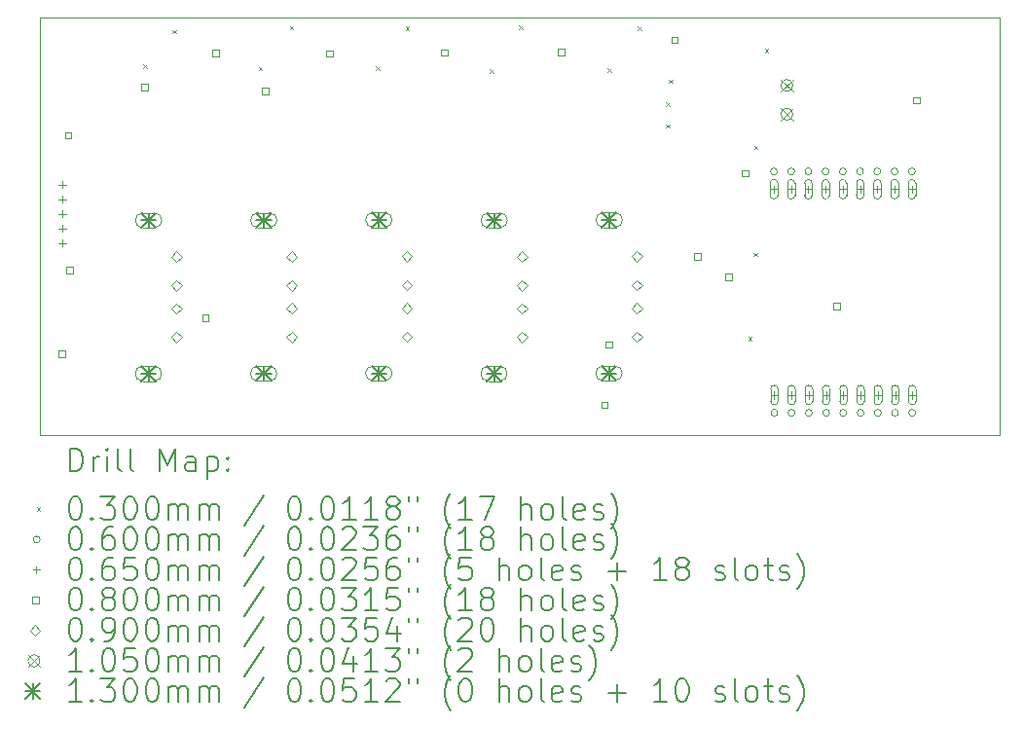
<source format=gbr>
%TF.GenerationSoftware,KiCad,Pcbnew,8.0.4*%
%TF.CreationDate,2025-06-08T15:43:56+10:00*%
%TF.ProjectId,USBPowerBlock,55534250-6f77-4657-9242-6c6f636b2e6b,rev?*%
%TF.SameCoordinates,Original*%
%TF.FileFunction,Drillmap*%
%TF.FilePolarity,Positive*%
%FSLAX45Y45*%
G04 Gerber Fmt 4.5, Leading zero omitted, Abs format (unit mm)*
G04 Created by KiCad (PCBNEW 8.0.4) date 2025-06-08 15:43:56*
%MOMM*%
%LPD*%
G01*
G04 APERTURE LIST*
%ADD10C,0.050000*%
%ADD11C,0.200000*%
%ADD12C,0.100000*%
%ADD13C,0.105000*%
%ADD14C,0.130000*%
G04 APERTURE END LIST*
D10*
X10058000Y-6362000D02*
X18403000Y-6362000D01*
X18403000Y-9994000D01*
X10058000Y-9994000D01*
X10058000Y-6362000D01*
D11*
D12*
X10955000Y-6767000D02*
X10985000Y-6797000D01*
X10985000Y-6767000D02*
X10955000Y-6797000D01*
X11209500Y-6467000D02*
X11239500Y-6497000D01*
X11239500Y-6467000D02*
X11209500Y-6497000D01*
X11955000Y-6790000D02*
X11985000Y-6820000D01*
X11985000Y-6790000D02*
X11955000Y-6820000D01*
X12228000Y-6435000D02*
X12258000Y-6465000D01*
X12258000Y-6435000D02*
X12228000Y-6465000D01*
X12978000Y-6784000D02*
X13008000Y-6814000D01*
X13008000Y-6784000D02*
X12978000Y-6814000D01*
X13235000Y-6439000D02*
X13265000Y-6469000D01*
X13265000Y-6439000D02*
X13235000Y-6469000D01*
X13967000Y-6809000D02*
X13997000Y-6839000D01*
X13997000Y-6809000D02*
X13967000Y-6839000D01*
X14222000Y-6431000D02*
X14252000Y-6461000D01*
X14252000Y-6431000D02*
X14222000Y-6461000D01*
X14994000Y-6804000D02*
X15024000Y-6834000D01*
X15024000Y-6804000D02*
X14994000Y-6834000D01*
X15256000Y-6437000D02*
X15286000Y-6467000D01*
X15286000Y-6437000D02*
X15256000Y-6467000D01*
X15500000Y-7100000D02*
X15530000Y-7130000D01*
X15530000Y-7100000D02*
X15500000Y-7130000D01*
X15502000Y-7291000D02*
X15532000Y-7321000D01*
X15532000Y-7291000D02*
X15502000Y-7321000D01*
X15526000Y-6901000D02*
X15556000Y-6931000D01*
X15556000Y-6901000D02*
X15526000Y-6931000D01*
X16215000Y-9140000D02*
X16245000Y-9170000D01*
X16245000Y-9140000D02*
X16215000Y-9170000D01*
X16262000Y-8405000D02*
X16292000Y-8435000D01*
X16292000Y-8405000D02*
X16262000Y-8435000D01*
X16268000Y-7476000D02*
X16298000Y-7506000D01*
X16298000Y-7476000D02*
X16268000Y-7506000D01*
X16361000Y-6635000D02*
X16391000Y-6665000D01*
X16391000Y-6635000D02*
X16361000Y-6665000D01*
X16468000Y-7699000D02*
G75*
G02*
X16408000Y-7699000I-30000J0D01*
G01*
X16408000Y-7699000D02*
G75*
G02*
X16468000Y-7699000I30000J0D01*
G01*
X16472000Y-9799000D02*
G75*
G02*
X16412000Y-9799000I-30000J0D01*
G01*
X16412000Y-9799000D02*
G75*
G02*
X16472000Y-9799000I30000J0D01*
G01*
X16618000Y-7699000D02*
G75*
G02*
X16558000Y-7699000I-30000J0D01*
G01*
X16558000Y-7699000D02*
G75*
G02*
X16618000Y-7699000I30000J0D01*
G01*
X16622000Y-9799000D02*
G75*
G02*
X16562000Y-9799000I-30000J0D01*
G01*
X16562000Y-9799000D02*
G75*
G02*
X16622000Y-9799000I30000J0D01*
G01*
X16768000Y-7699000D02*
G75*
G02*
X16708000Y-7699000I-30000J0D01*
G01*
X16708000Y-7699000D02*
G75*
G02*
X16768000Y-7699000I30000J0D01*
G01*
X16772000Y-9799000D02*
G75*
G02*
X16712000Y-9799000I-30000J0D01*
G01*
X16712000Y-9799000D02*
G75*
G02*
X16772000Y-9799000I30000J0D01*
G01*
X16918000Y-7699000D02*
G75*
G02*
X16858000Y-7699000I-30000J0D01*
G01*
X16858000Y-7699000D02*
G75*
G02*
X16918000Y-7699000I30000J0D01*
G01*
X16922000Y-9799000D02*
G75*
G02*
X16862000Y-9799000I-30000J0D01*
G01*
X16862000Y-9799000D02*
G75*
G02*
X16922000Y-9799000I30000J0D01*
G01*
X17068000Y-7699000D02*
G75*
G02*
X17008000Y-7699000I-30000J0D01*
G01*
X17008000Y-7699000D02*
G75*
G02*
X17068000Y-7699000I30000J0D01*
G01*
X17072000Y-9799000D02*
G75*
G02*
X17012000Y-9799000I-30000J0D01*
G01*
X17012000Y-9799000D02*
G75*
G02*
X17072000Y-9799000I30000J0D01*
G01*
X17218000Y-7699000D02*
G75*
G02*
X17158000Y-7699000I-30000J0D01*
G01*
X17158000Y-7699000D02*
G75*
G02*
X17218000Y-7699000I30000J0D01*
G01*
X17222000Y-9799000D02*
G75*
G02*
X17162000Y-9799000I-30000J0D01*
G01*
X17162000Y-9799000D02*
G75*
G02*
X17222000Y-9799000I30000J0D01*
G01*
X17368000Y-7699000D02*
G75*
G02*
X17308000Y-7699000I-30000J0D01*
G01*
X17308000Y-7699000D02*
G75*
G02*
X17368000Y-7699000I30000J0D01*
G01*
X17372000Y-9799000D02*
G75*
G02*
X17312000Y-9799000I-30000J0D01*
G01*
X17312000Y-9799000D02*
G75*
G02*
X17372000Y-9799000I30000J0D01*
G01*
X17518000Y-7699000D02*
G75*
G02*
X17458000Y-7699000I-30000J0D01*
G01*
X17458000Y-7699000D02*
G75*
G02*
X17518000Y-7699000I30000J0D01*
G01*
X17522000Y-9799000D02*
G75*
G02*
X17462000Y-9799000I-30000J0D01*
G01*
X17462000Y-9799000D02*
G75*
G02*
X17522000Y-9799000I30000J0D01*
G01*
X17668000Y-7699000D02*
G75*
G02*
X17608000Y-7699000I-30000J0D01*
G01*
X17608000Y-7699000D02*
G75*
G02*
X17668000Y-7699000I30000J0D01*
G01*
X17672000Y-9799000D02*
G75*
G02*
X17612000Y-9799000I-30000J0D01*
G01*
X17612000Y-9799000D02*
G75*
G02*
X17672000Y-9799000I30000J0D01*
G01*
X10250000Y-7780500D02*
X10250000Y-7845500D01*
X10217500Y-7813000D02*
X10282500Y-7813000D01*
X10250000Y-7907500D02*
X10250000Y-7972500D01*
X10217500Y-7940000D02*
X10282500Y-7940000D01*
X10250000Y-8034500D02*
X10250000Y-8099500D01*
X10217500Y-8067000D02*
X10282500Y-8067000D01*
X10250000Y-8161500D02*
X10250000Y-8226500D01*
X10217500Y-8194000D02*
X10282500Y-8194000D01*
X10250000Y-8288500D02*
X10250000Y-8353500D01*
X10217500Y-8321000D02*
X10282500Y-8321000D01*
X16438000Y-7821500D02*
X16438000Y-7886500D01*
X16405500Y-7854000D02*
X16470500Y-7854000D01*
X16405500Y-7801500D02*
X16405500Y-7906500D01*
X16470500Y-7906500D02*
G75*
G02*
X16405500Y-7906500I-32500J0D01*
G01*
X16470500Y-7906500D02*
X16470500Y-7801500D01*
X16470500Y-7801500D02*
G75*
G03*
X16405500Y-7801500I-32500J0D01*
G01*
X16442000Y-9611500D02*
X16442000Y-9676500D01*
X16409500Y-9644000D02*
X16474500Y-9644000D01*
X16474500Y-9696500D02*
X16474500Y-9591500D01*
X16409500Y-9591500D02*
G75*
G02*
X16474500Y-9591500I32500J0D01*
G01*
X16409500Y-9591500D02*
X16409500Y-9696500D01*
X16409500Y-9696500D02*
G75*
G03*
X16474500Y-9696500I32500J0D01*
G01*
X16588000Y-7821500D02*
X16588000Y-7886500D01*
X16555500Y-7854000D02*
X16620500Y-7854000D01*
X16555500Y-7801500D02*
X16555500Y-7906500D01*
X16620500Y-7906500D02*
G75*
G02*
X16555500Y-7906500I-32500J0D01*
G01*
X16620500Y-7906500D02*
X16620500Y-7801500D01*
X16620500Y-7801500D02*
G75*
G03*
X16555500Y-7801500I-32500J0D01*
G01*
X16592000Y-9611500D02*
X16592000Y-9676500D01*
X16559500Y-9644000D02*
X16624500Y-9644000D01*
X16624500Y-9696500D02*
X16624500Y-9591500D01*
X16559500Y-9591500D02*
G75*
G02*
X16624500Y-9591500I32500J0D01*
G01*
X16559500Y-9591500D02*
X16559500Y-9696500D01*
X16559500Y-9696500D02*
G75*
G03*
X16624500Y-9696500I32500J0D01*
G01*
X16738000Y-7821500D02*
X16738000Y-7886500D01*
X16705500Y-7854000D02*
X16770500Y-7854000D01*
X16705500Y-7801500D02*
X16705500Y-7906500D01*
X16770500Y-7906500D02*
G75*
G02*
X16705500Y-7906500I-32500J0D01*
G01*
X16770500Y-7906500D02*
X16770500Y-7801500D01*
X16770500Y-7801500D02*
G75*
G03*
X16705500Y-7801500I-32500J0D01*
G01*
X16742000Y-9611500D02*
X16742000Y-9676500D01*
X16709500Y-9644000D02*
X16774500Y-9644000D01*
X16774500Y-9696500D02*
X16774500Y-9591500D01*
X16709500Y-9591500D02*
G75*
G02*
X16774500Y-9591500I32500J0D01*
G01*
X16709500Y-9591500D02*
X16709500Y-9696500D01*
X16709500Y-9696500D02*
G75*
G03*
X16774500Y-9696500I32500J0D01*
G01*
X16888000Y-7821500D02*
X16888000Y-7886500D01*
X16855500Y-7854000D02*
X16920500Y-7854000D01*
X16855500Y-7801500D02*
X16855500Y-7906500D01*
X16920500Y-7906500D02*
G75*
G02*
X16855500Y-7906500I-32500J0D01*
G01*
X16920500Y-7906500D02*
X16920500Y-7801500D01*
X16920500Y-7801500D02*
G75*
G03*
X16855500Y-7801500I-32500J0D01*
G01*
X16892000Y-9611500D02*
X16892000Y-9676500D01*
X16859500Y-9644000D02*
X16924500Y-9644000D01*
X16924500Y-9696500D02*
X16924500Y-9591500D01*
X16859500Y-9591500D02*
G75*
G02*
X16924500Y-9591500I32500J0D01*
G01*
X16859500Y-9591500D02*
X16859500Y-9696500D01*
X16859500Y-9696500D02*
G75*
G03*
X16924500Y-9696500I32500J0D01*
G01*
X17038000Y-7821500D02*
X17038000Y-7886500D01*
X17005500Y-7854000D02*
X17070500Y-7854000D01*
X17005500Y-7801500D02*
X17005500Y-7906500D01*
X17070500Y-7906500D02*
G75*
G02*
X17005500Y-7906500I-32500J0D01*
G01*
X17070500Y-7906500D02*
X17070500Y-7801500D01*
X17070500Y-7801500D02*
G75*
G03*
X17005500Y-7801500I-32500J0D01*
G01*
X17042000Y-9611500D02*
X17042000Y-9676500D01*
X17009500Y-9644000D02*
X17074500Y-9644000D01*
X17074500Y-9696500D02*
X17074500Y-9591500D01*
X17009500Y-9591500D02*
G75*
G02*
X17074500Y-9591500I32500J0D01*
G01*
X17009500Y-9591500D02*
X17009500Y-9696500D01*
X17009500Y-9696500D02*
G75*
G03*
X17074500Y-9696500I32500J0D01*
G01*
X17188000Y-7821500D02*
X17188000Y-7886500D01*
X17155500Y-7854000D02*
X17220500Y-7854000D01*
X17155500Y-7801500D02*
X17155500Y-7906500D01*
X17220500Y-7906500D02*
G75*
G02*
X17155500Y-7906500I-32500J0D01*
G01*
X17220500Y-7906500D02*
X17220500Y-7801500D01*
X17220500Y-7801500D02*
G75*
G03*
X17155500Y-7801500I-32500J0D01*
G01*
X17192000Y-9611500D02*
X17192000Y-9676500D01*
X17159500Y-9644000D02*
X17224500Y-9644000D01*
X17224500Y-9696500D02*
X17224500Y-9591500D01*
X17159500Y-9591500D02*
G75*
G02*
X17224500Y-9591500I32500J0D01*
G01*
X17159500Y-9591500D02*
X17159500Y-9696500D01*
X17159500Y-9696500D02*
G75*
G03*
X17224500Y-9696500I32500J0D01*
G01*
X17338000Y-7821500D02*
X17338000Y-7886500D01*
X17305500Y-7854000D02*
X17370500Y-7854000D01*
X17305500Y-7801500D02*
X17305500Y-7906500D01*
X17370500Y-7906500D02*
G75*
G02*
X17305500Y-7906500I-32500J0D01*
G01*
X17370500Y-7906500D02*
X17370500Y-7801500D01*
X17370500Y-7801500D02*
G75*
G03*
X17305500Y-7801500I-32500J0D01*
G01*
X17342000Y-9611500D02*
X17342000Y-9676500D01*
X17309500Y-9644000D02*
X17374500Y-9644000D01*
X17374500Y-9696500D02*
X17374500Y-9591500D01*
X17309500Y-9591500D02*
G75*
G02*
X17374500Y-9591500I32500J0D01*
G01*
X17309500Y-9591500D02*
X17309500Y-9696500D01*
X17309500Y-9696500D02*
G75*
G03*
X17374500Y-9696500I32500J0D01*
G01*
X17488000Y-7821500D02*
X17488000Y-7886500D01*
X17455500Y-7854000D02*
X17520500Y-7854000D01*
X17455500Y-7801500D02*
X17455500Y-7906500D01*
X17520500Y-7906500D02*
G75*
G02*
X17455500Y-7906500I-32500J0D01*
G01*
X17520500Y-7906500D02*
X17520500Y-7801500D01*
X17520500Y-7801500D02*
G75*
G03*
X17455500Y-7801500I-32500J0D01*
G01*
X17492000Y-9611500D02*
X17492000Y-9676500D01*
X17459500Y-9644000D02*
X17524500Y-9644000D01*
X17524500Y-9696500D02*
X17524500Y-9591500D01*
X17459500Y-9591500D02*
G75*
G02*
X17524500Y-9591500I32500J0D01*
G01*
X17459500Y-9591500D02*
X17459500Y-9696500D01*
X17459500Y-9696500D02*
G75*
G03*
X17524500Y-9696500I32500J0D01*
G01*
X17638000Y-7821500D02*
X17638000Y-7886500D01*
X17605500Y-7854000D02*
X17670500Y-7854000D01*
X17605500Y-7801500D02*
X17605500Y-7906500D01*
X17670500Y-7906500D02*
G75*
G02*
X17605500Y-7906500I-32500J0D01*
G01*
X17670500Y-7906500D02*
X17670500Y-7801500D01*
X17670500Y-7801500D02*
G75*
G03*
X17605500Y-7801500I-32500J0D01*
G01*
X17642000Y-9611500D02*
X17642000Y-9676500D01*
X17609500Y-9644000D02*
X17674500Y-9644000D01*
X17674500Y-9696500D02*
X17674500Y-9591500D01*
X17609500Y-9591500D02*
G75*
G02*
X17674500Y-9591500I32500J0D01*
G01*
X17609500Y-9591500D02*
X17609500Y-9696500D01*
X17609500Y-9696500D02*
G75*
G03*
X17674500Y-9696500I32500J0D01*
G01*
X10274285Y-9314285D02*
X10274285Y-9257716D01*
X10217716Y-9257716D01*
X10217716Y-9314285D01*
X10274285Y-9314285D01*
X10328285Y-7413284D02*
X10328285Y-7356715D01*
X10271716Y-7356715D01*
X10271716Y-7413284D01*
X10328285Y-7413284D01*
X10340285Y-8588285D02*
X10340285Y-8531716D01*
X10283716Y-8531716D01*
X10283716Y-8588285D01*
X10340285Y-8588285D01*
X10993285Y-6991284D02*
X10993285Y-6934715D01*
X10936716Y-6934715D01*
X10936716Y-6991284D01*
X10993285Y-6991284D01*
X11521284Y-9002285D02*
X11521284Y-8945716D01*
X11464715Y-8945716D01*
X11464715Y-9002285D01*
X11521284Y-9002285D01*
X11611284Y-6698284D02*
X11611284Y-6641715D01*
X11554715Y-6641715D01*
X11554715Y-6698284D01*
X11611284Y-6698284D01*
X12040284Y-7029284D02*
X12040284Y-6972715D01*
X11983715Y-6972715D01*
X11983715Y-7029284D01*
X12040284Y-7029284D01*
X12598284Y-6700284D02*
X12598284Y-6643715D01*
X12541715Y-6643715D01*
X12541715Y-6700284D01*
X12598284Y-6700284D01*
X13601284Y-6694284D02*
X13601284Y-6637715D01*
X13544715Y-6637715D01*
X13544715Y-6694284D01*
X13601284Y-6694284D01*
X14613284Y-6688284D02*
X14613284Y-6631715D01*
X14556715Y-6631715D01*
X14556715Y-6688284D01*
X14613284Y-6688284D01*
X14993284Y-9757285D02*
X14993284Y-9700716D01*
X14936715Y-9700716D01*
X14936715Y-9757285D01*
X14993284Y-9757285D01*
X15033284Y-9233285D02*
X15033284Y-9176716D01*
X14976715Y-9176716D01*
X14976715Y-9233285D01*
X15033284Y-9233285D01*
X15601284Y-6583284D02*
X15601284Y-6526715D01*
X15544715Y-6526715D01*
X15544715Y-6583284D01*
X15601284Y-6583284D01*
X15800284Y-8468285D02*
X15800284Y-8411716D01*
X15743715Y-8411716D01*
X15743715Y-8468285D01*
X15800284Y-8468285D01*
X16073284Y-8642285D02*
X16073284Y-8585716D01*
X16016715Y-8585716D01*
X16016715Y-8642285D01*
X16073284Y-8642285D01*
X16215284Y-7742284D02*
X16215284Y-7685715D01*
X16158715Y-7685715D01*
X16158715Y-7742284D01*
X16215284Y-7742284D01*
X17013285Y-8898285D02*
X17013285Y-8841716D01*
X16956716Y-8841716D01*
X16956716Y-8898285D01*
X17013285Y-8898285D01*
X17704285Y-7107284D02*
X17704285Y-7050715D01*
X17647716Y-7050715D01*
X17647716Y-7107284D01*
X17704285Y-7107284D01*
X11241000Y-8486000D02*
X11286000Y-8441000D01*
X11241000Y-8396000D01*
X11196000Y-8441000D01*
X11241000Y-8486000D01*
X11241000Y-8736000D02*
X11286000Y-8691000D01*
X11241000Y-8646000D01*
X11196000Y-8691000D01*
X11241000Y-8736000D01*
X11241000Y-8936000D02*
X11286000Y-8891000D01*
X11241000Y-8846000D01*
X11196000Y-8891000D01*
X11241000Y-8936000D01*
X11241000Y-9186000D02*
X11286000Y-9141000D01*
X11241000Y-9096000D01*
X11196000Y-9141000D01*
X11241000Y-9186000D01*
X12243000Y-8485000D02*
X12288000Y-8440000D01*
X12243000Y-8395000D01*
X12198000Y-8440000D01*
X12243000Y-8485000D01*
X12243000Y-8735000D02*
X12288000Y-8690000D01*
X12243000Y-8645000D01*
X12198000Y-8690000D01*
X12243000Y-8735000D01*
X12243000Y-8935000D02*
X12288000Y-8890000D01*
X12243000Y-8845000D01*
X12198000Y-8890000D01*
X12243000Y-8935000D01*
X12243000Y-9185000D02*
X12288000Y-9140000D01*
X12243000Y-9095000D01*
X12198000Y-9140000D01*
X12243000Y-9185000D01*
X13245000Y-8483000D02*
X13290000Y-8438000D01*
X13245000Y-8393000D01*
X13200000Y-8438000D01*
X13245000Y-8483000D01*
X13245000Y-8733000D02*
X13290000Y-8688000D01*
X13245000Y-8643000D01*
X13200000Y-8688000D01*
X13245000Y-8733000D01*
X13245000Y-8933000D02*
X13290000Y-8888000D01*
X13245000Y-8843000D01*
X13200000Y-8888000D01*
X13245000Y-8933000D01*
X13245000Y-9183000D02*
X13290000Y-9138000D01*
X13245000Y-9093000D01*
X13200000Y-9138000D01*
X13245000Y-9183000D01*
X14247000Y-8486000D02*
X14292000Y-8441000D01*
X14247000Y-8396000D01*
X14202000Y-8441000D01*
X14247000Y-8486000D01*
X14247000Y-8736000D02*
X14292000Y-8691000D01*
X14247000Y-8646000D01*
X14202000Y-8691000D01*
X14247000Y-8736000D01*
X14247000Y-8936000D02*
X14292000Y-8891000D01*
X14247000Y-8846000D01*
X14202000Y-8891000D01*
X14247000Y-8936000D01*
X14247000Y-9186000D02*
X14292000Y-9141000D01*
X14247000Y-9096000D01*
X14202000Y-9141000D01*
X14247000Y-9186000D01*
X15247000Y-8483000D02*
X15292000Y-8438000D01*
X15247000Y-8393000D01*
X15202000Y-8438000D01*
X15247000Y-8483000D01*
X15247000Y-8733000D02*
X15292000Y-8688000D01*
X15247000Y-8643000D01*
X15202000Y-8688000D01*
X15247000Y-8733000D01*
X15247000Y-8933000D02*
X15292000Y-8888000D01*
X15247000Y-8843000D01*
X15202000Y-8888000D01*
X15247000Y-8933000D01*
X15247000Y-9183000D02*
X15292000Y-9138000D01*
X15247000Y-9093000D01*
X15202000Y-9138000D01*
X15247000Y-9183000D01*
D13*
X16498500Y-6898500D02*
X16603500Y-7003500D01*
X16603500Y-6898500D02*
X16498500Y-7003500D01*
X16603500Y-6951000D02*
G75*
G02*
X16498500Y-6951000I-52500J0D01*
G01*
X16498500Y-6951000D02*
G75*
G02*
X16603500Y-6951000I52500J0D01*
G01*
X16498500Y-7148500D02*
X16603500Y-7253500D01*
X16603500Y-7148500D02*
X16498500Y-7253500D01*
X16603500Y-7201000D02*
G75*
G02*
X16498500Y-7201000I-52500J0D01*
G01*
X16498500Y-7201000D02*
G75*
G02*
X16603500Y-7201000I52500J0D01*
G01*
D14*
X10933000Y-9393000D02*
X11063000Y-9523000D01*
X11063000Y-9393000D02*
X10933000Y-9523000D01*
X10998000Y-9393000D02*
X10998000Y-9523000D01*
X10933000Y-9458000D02*
X11063000Y-9458000D01*
D12*
X11048000Y-9393000D02*
X10948000Y-9393000D01*
X10948000Y-9523000D02*
G75*
G02*
X10948000Y-9393000I0J65000D01*
G01*
X10948000Y-9523000D02*
X11048000Y-9523000D01*
X11048000Y-9523000D02*
G75*
G03*
X11048000Y-9393000I0J65000D01*
G01*
D14*
X10934000Y-8059000D02*
X11064000Y-8189000D01*
X11064000Y-8059000D02*
X10934000Y-8189000D01*
X10999000Y-8059000D02*
X10999000Y-8189000D01*
X10934000Y-8124000D02*
X11064000Y-8124000D01*
D12*
X10949000Y-8189000D02*
X11049000Y-8189000D01*
X11049000Y-8059000D02*
G75*
G02*
X11049000Y-8189000I0J-65000D01*
G01*
X11049000Y-8059000D02*
X10949000Y-8059000D01*
X10949000Y-8059000D02*
G75*
G03*
X10949000Y-8189000I0J-65000D01*
G01*
D14*
X11935000Y-9392000D02*
X12065000Y-9522000D01*
X12065000Y-9392000D02*
X11935000Y-9522000D01*
X12000000Y-9392000D02*
X12000000Y-9522000D01*
X11935000Y-9457000D02*
X12065000Y-9457000D01*
D12*
X12050000Y-9392000D02*
X11950000Y-9392000D01*
X11950000Y-9522000D02*
G75*
G02*
X11950000Y-9392000I0J65000D01*
G01*
X11950000Y-9522000D02*
X12050000Y-9522000D01*
X12050000Y-9522000D02*
G75*
G03*
X12050000Y-9392000I0J65000D01*
G01*
D14*
X11936000Y-8058000D02*
X12066000Y-8188000D01*
X12066000Y-8058000D02*
X11936000Y-8188000D01*
X12001000Y-8058000D02*
X12001000Y-8188000D01*
X11936000Y-8123000D02*
X12066000Y-8123000D01*
D12*
X11951000Y-8188000D02*
X12051000Y-8188000D01*
X12051000Y-8058000D02*
G75*
G02*
X12051000Y-8188000I0J-65000D01*
G01*
X12051000Y-8058000D02*
X11951000Y-8058000D01*
X11951000Y-8058000D02*
G75*
G03*
X11951000Y-8188000I0J-65000D01*
G01*
D14*
X12937000Y-9390000D02*
X13067000Y-9520000D01*
X13067000Y-9390000D02*
X12937000Y-9520000D01*
X13002000Y-9390000D02*
X13002000Y-9520000D01*
X12937000Y-9455000D02*
X13067000Y-9455000D01*
D12*
X13052000Y-9390000D02*
X12952000Y-9390000D01*
X12952000Y-9520000D02*
G75*
G02*
X12952000Y-9390000I0J65000D01*
G01*
X12952000Y-9520000D02*
X13052000Y-9520000D01*
X13052000Y-9520000D02*
G75*
G03*
X13052000Y-9390000I0J65000D01*
G01*
D14*
X12938000Y-8056000D02*
X13068000Y-8186000D01*
X13068000Y-8056000D02*
X12938000Y-8186000D01*
X13003000Y-8056000D02*
X13003000Y-8186000D01*
X12938000Y-8121000D02*
X13068000Y-8121000D01*
D12*
X12953000Y-8186000D02*
X13053000Y-8186000D01*
X13053000Y-8056000D02*
G75*
G02*
X13053000Y-8186000I0J-65000D01*
G01*
X13053000Y-8056000D02*
X12953000Y-8056000D01*
X12953000Y-8056000D02*
G75*
G03*
X12953000Y-8186000I0J-65000D01*
G01*
D14*
X13939000Y-9393000D02*
X14069000Y-9523000D01*
X14069000Y-9393000D02*
X13939000Y-9523000D01*
X14004000Y-9393000D02*
X14004000Y-9523000D01*
X13939000Y-9458000D02*
X14069000Y-9458000D01*
D12*
X14054000Y-9393000D02*
X13954000Y-9393000D01*
X13954000Y-9523000D02*
G75*
G02*
X13954000Y-9393000I0J65000D01*
G01*
X13954000Y-9523000D02*
X14054000Y-9523000D01*
X14054000Y-9523000D02*
G75*
G03*
X14054000Y-9393000I0J65000D01*
G01*
D14*
X13940000Y-8059000D02*
X14070000Y-8189000D01*
X14070000Y-8059000D02*
X13940000Y-8189000D01*
X14005000Y-8059000D02*
X14005000Y-8189000D01*
X13940000Y-8124000D02*
X14070000Y-8124000D01*
D12*
X13955000Y-8189000D02*
X14055000Y-8189000D01*
X14055000Y-8059000D02*
G75*
G02*
X14055000Y-8189000I0J-65000D01*
G01*
X14055000Y-8059000D02*
X13955000Y-8059000D01*
X13955000Y-8059000D02*
G75*
G03*
X13955000Y-8189000I0J-65000D01*
G01*
D14*
X14939000Y-9390000D02*
X15069000Y-9520000D01*
X15069000Y-9390000D02*
X14939000Y-9520000D01*
X15004000Y-9390000D02*
X15004000Y-9520000D01*
X14939000Y-9455000D02*
X15069000Y-9455000D01*
D12*
X15054000Y-9390000D02*
X14954000Y-9390000D01*
X14954000Y-9520000D02*
G75*
G02*
X14954000Y-9390000I0J65000D01*
G01*
X14954000Y-9520000D02*
X15054000Y-9520000D01*
X15054000Y-9520000D02*
G75*
G03*
X15054000Y-9390000I0J65000D01*
G01*
D14*
X14940000Y-8056000D02*
X15070000Y-8186000D01*
X15070000Y-8056000D02*
X14940000Y-8186000D01*
X15005000Y-8056000D02*
X15005000Y-8186000D01*
X14940000Y-8121000D02*
X15070000Y-8121000D01*
D12*
X14955000Y-8186000D02*
X15055000Y-8186000D01*
X15055000Y-8056000D02*
G75*
G02*
X15055000Y-8186000I0J-65000D01*
G01*
X15055000Y-8056000D02*
X14955000Y-8056000D01*
X14955000Y-8056000D02*
G75*
G03*
X14955000Y-8186000I0J-65000D01*
G01*
D11*
X10316277Y-10307984D02*
X10316277Y-10107984D01*
X10316277Y-10107984D02*
X10363896Y-10107984D01*
X10363896Y-10107984D02*
X10392467Y-10117508D01*
X10392467Y-10117508D02*
X10411515Y-10136555D01*
X10411515Y-10136555D02*
X10421039Y-10155603D01*
X10421039Y-10155603D02*
X10430563Y-10193698D01*
X10430563Y-10193698D02*
X10430563Y-10222270D01*
X10430563Y-10222270D02*
X10421039Y-10260365D01*
X10421039Y-10260365D02*
X10411515Y-10279412D01*
X10411515Y-10279412D02*
X10392467Y-10298460D01*
X10392467Y-10298460D02*
X10363896Y-10307984D01*
X10363896Y-10307984D02*
X10316277Y-10307984D01*
X10516277Y-10307984D02*
X10516277Y-10174650D01*
X10516277Y-10212746D02*
X10525801Y-10193698D01*
X10525801Y-10193698D02*
X10535324Y-10184174D01*
X10535324Y-10184174D02*
X10554372Y-10174650D01*
X10554372Y-10174650D02*
X10573420Y-10174650D01*
X10640086Y-10307984D02*
X10640086Y-10174650D01*
X10640086Y-10107984D02*
X10630563Y-10117508D01*
X10630563Y-10117508D02*
X10640086Y-10127031D01*
X10640086Y-10127031D02*
X10649610Y-10117508D01*
X10649610Y-10117508D02*
X10640086Y-10107984D01*
X10640086Y-10107984D02*
X10640086Y-10127031D01*
X10763896Y-10307984D02*
X10744848Y-10298460D01*
X10744848Y-10298460D02*
X10735324Y-10279412D01*
X10735324Y-10279412D02*
X10735324Y-10107984D01*
X10868658Y-10307984D02*
X10849610Y-10298460D01*
X10849610Y-10298460D02*
X10840086Y-10279412D01*
X10840086Y-10279412D02*
X10840086Y-10107984D01*
X11097229Y-10307984D02*
X11097229Y-10107984D01*
X11097229Y-10107984D02*
X11163896Y-10250841D01*
X11163896Y-10250841D02*
X11230562Y-10107984D01*
X11230562Y-10107984D02*
X11230562Y-10307984D01*
X11411515Y-10307984D02*
X11411515Y-10203222D01*
X11411515Y-10203222D02*
X11401991Y-10184174D01*
X11401991Y-10184174D02*
X11382943Y-10174650D01*
X11382943Y-10174650D02*
X11344848Y-10174650D01*
X11344848Y-10174650D02*
X11325801Y-10184174D01*
X11411515Y-10298460D02*
X11392467Y-10307984D01*
X11392467Y-10307984D02*
X11344848Y-10307984D01*
X11344848Y-10307984D02*
X11325801Y-10298460D01*
X11325801Y-10298460D02*
X11316277Y-10279412D01*
X11316277Y-10279412D02*
X11316277Y-10260365D01*
X11316277Y-10260365D02*
X11325801Y-10241317D01*
X11325801Y-10241317D02*
X11344848Y-10231793D01*
X11344848Y-10231793D02*
X11392467Y-10231793D01*
X11392467Y-10231793D02*
X11411515Y-10222270D01*
X11506753Y-10174650D02*
X11506753Y-10374650D01*
X11506753Y-10184174D02*
X11525801Y-10174650D01*
X11525801Y-10174650D02*
X11563896Y-10174650D01*
X11563896Y-10174650D02*
X11582943Y-10184174D01*
X11582943Y-10184174D02*
X11592467Y-10193698D01*
X11592467Y-10193698D02*
X11601991Y-10212746D01*
X11601991Y-10212746D02*
X11601991Y-10269889D01*
X11601991Y-10269889D02*
X11592467Y-10288936D01*
X11592467Y-10288936D02*
X11582943Y-10298460D01*
X11582943Y-10298460D02*
X11563896Y-10307984D01*
X11563896Y-10307984D02*
X11525801Y-10307984D01*
X11525801Y-10307984D02*
X11506753Y-10298460D01*
X11687705Y-10288936D02*
X11697229Y-10298460D01*
X11697229Y-10298460D02*
X11687705Y-10307984D01*
X11687705Y-10307984D02*
X11678182Y-10298460D01*
X11678182Y-10298460D02*
X11687705Y-10288936D01*
X11687705Y-10288936D02*
X11687705Y-10307984D01*
X11687705Y-10184174D02*
X11697229Y-10193698D01*
X11697229Y-10193698D02*
X11687705Y-10203222D01*
X11687705Y-10203222D02*
X11678182Y-10193698D01*
X11678182Y-10193698D02*
X11687705Y-10184174D01*
X11687705Y-10184174D02*
X11687705Y-10203222D01*
D12*
X10025500Y-10621500D02*
X10055500Y-10651500D01*
X10055500Y-10621500D02*
X10025500Y-10651500D01*
D11*
X10354372Y-10527984D02*
X10373420Y-10527984D01*
X10373420Y-10527984D02*
X10392467Y-10537508D01*
X10392467Y-10537508D02*
X10401991Y-10547031D01*
X10401991Y-10547031D02*
X10411515Y-10566079D01*
X10411515Y-10566079D02*
X10421039Y-10604174D01*
X10421039Y-10604174D02*
X10421039Y-10651793D01*
X10421039Y-10651793D02*
X10411515Y-10689889D01*
X10411515Y-10689889D02*
X10401991Y-10708936D01*
X10401991Y-10708936D02*
X10392467Y-10718460D01*
X10392467Y-10718460D02*
X10373420Y-10727984D01*
X10373420Y-10727984D02*
X10354372Y-10727984D01*
X10354372Y-10727984D02*
X10335324Y-10718460D01*
X10335324Y-10718460D02*
X10325801Y-10708936D01*
X10325801Y-10708936D02*
X10316277Y-10689889D01*
X10316277Y-10689889D02*
X10306753Y-10651793D01*
X10306753Y-10651793D02*
X10306753Y-10604174D01*
X10306753Y-10604174D02*
X10316277Y-10566079D01*
X10316277Y-10566079D02*
X10325801Y-10547031D01*
X10325801Y-10547031D02*
X10335324Y-10537508D01*
X10335324Y-10537508D02*
X10354372Y-10527984D01*
X10506753Y-10708936D02*
X10516277Y-10718460D01*
X10516277Y-10718460D02*
X10506753Y-10727984D01*
X10506753Y-10727984D02*
X10497229Y-10718460D01*
X10497229Y-10718460D02*
X10506753Y-10708936D01*
X10506753Y-10708936D02*
X10506753Y-10727984D01*
X10582944Y-10527984D02*
X10706753Y-10527984D01*
X10706753Y-10527984D02*
X10640086Y-10604174D01*
X10640086Y-10604174D02*
X10668658Y-10604174D01*
X10668658Y-10604174D02*
X10687705Y-10613698D01*
X10687705Y-10613698D02*
X10697229Y-10623222D01*
X10697229Y-10623222D02*
X10706753Y-10642270D01*
X10706753Y-10642270D02*
X10706753Y-10689889D01*
X10706753Y-10689889D02*
X10697229Y-10708936D01*
X10697229Y-10708936D02*
X10687705Y-10718460D01*
X10687705Y-10718460D02*
X10668658Y-10727984D01*
X10668658Y-10727984D02*
X10611515Y-10727984D01*
X10611515Y-10727984D02*
X10592467Y-10718460D01*
X10592467Y-10718460D02*
X10582944Y-10708936D01*
X10830563Y-10527984D02*
X10849610Y-10527984D01*
X10849610Y-10527984D02*
X10868658Y-10537508D01*
X10868658Y-10537508D02*
X10878182Y-10547031D01*
X10878182Y-10547031D02*
X10887705Y-10566079D01*
X10887705Y-10566079D02*
X10897229Y-10604174D01*
X10897229Y-10604174D02*
X10897229Y-10651793D01*
X10897229Y-10651793D02*
X10887705Y-10689889D01*
X10887705Y-10689889D02*
X10878182Y-10708936D01*
X10878182Y-10708936D02*
X10868658Y-10718460D01*
X10868658Y-10718460D02*
X10849610Y-10727984D01*
X10849610Y-10727984D02*
X10830563Y-10727984D01*
X10830563Y-10727984D02*
X10811515Y-10718460D01*
X10811515Y-10718460D02*
X10801991Y-10708936D01*
X10801991Y-10708936D02*
X10792467Y-10689889D01*
X10792467Y-10689889D02*
X10782944Y-10651793D01*
X10782944Y-10651793D02*
X10782944Y-10604174D01*
X10782944Y-10604174D02*
X10792467Y-10566079D01*
X10792467Y-10566079D02*
X10801991Y-10547031D01*
X10801991Y-10547031D02*
X10811515Y-10537508D01*
X10811515Y-10537508D02*
X10830563Y-10527984D01*
X11021039Y-10527984D02*
X11040086Y-10527984D01*
X11040086Y-10527984D02*
X11059134Y-10537508D01*
X11059134Y-10537508D02*
X11068658Y-10547031D01*
X11068658Y-10547031D02*
X11078182Y-10566079D01*
X11078182Y-10566079D02*
X11087705Y-10604174D01*
X11087705Y-10604174D02*
X11087705Y-10651793D01*
X11087705Y-10651793D02*
X11078182Y-10689889D01*
X11078182Y-10689889D02*
X11068658Y-10708936D01*
X11068658Y-10708936D02*
X11059134Y-10718460D01*
X11059134Y-10718460D02*
X11040086Y-10727984D01*
X11040086Y-10727984D02*
X11021039Y-10727984D01*
X11021039Y-10727984D02*
X11001991Y-10718460D01*
X11001991Y-10718460D02*
X10992467Y-10708936D01*
X10992467Y-10708936D02*
X10982944Y-10689889D01*
X10982944Y-10689889D02*
X10973420Y-10651793D01*
X10973420Y-10651793D02*
X10973420Y-10604174D01*
X10973420Y-10604174D02*
X10982944Y-10566079D01*
X10982944Y-10566079D02*
X10992467Y-10547031D01*
X10992467Y-10547031D02*
X11001991Y-10537508D01*
X11001991Y-10537508D02*
X11021039Y-10527984D01*
X11173420Y-10727984D02*
X11173420Y-10594650D01*
X11173420Y-10613698D02*
X11182944Y-10604174D01*
X11182944Y-10604174D02*
X11201991Y-10594650D01*
X11201991Y-10594650D02*
X11230563Y-10594650D01*
X11230563Y-10594650D02*
X11249610Y-10604174D01*
X11249610Y-10604174D02*
X11259134Y-10623222D01*
X11259134Y-10623222D02*
X11259134Y-10727984D01*
X11259134Y-10623222D02*
X11268658Y-10604174D01*
X11268658Y-10604174D02*
X11287705Y-10594650D01*
X11287705Y-10594650D02*
X11316277Y-10594650D01*
X11316277Y-10594650D02*
X11335324Y-10604174D01*
X11335324Y-10604174D02*
X11344848Y-10623222D01*
X11344848Y-10623222D02*
X11344848Y-10727984D01*
X11440086Y-10727984D02*
X11440086Y-10594650D01*
X11440086Y-10613698D02*
X11449610Y-10604174D01*
X11449610Y-10604174D02*
X11468658Y-10594650D01*
X11468658Y-10594650D02*
X11497229Y-10594650D01*
X11497229Y-10594650D02*
X11516277Y-10604174D01*
X11516277Y-10604174D02*
X11525801Y-10623222D01*
X11525801Y-10623222D02*
X11525801Y-10727984D01*
X11525801Y-10623222D02*
X11535324Y-10604174D01*
X11535324Y-10604174D02*
X11554372Y-10594650D01*
X11554372Y-10594650D02*
X11582943Y-10594650D01*
X11582943Y-10594650D02*
X11601991Y-10604174D01*
X11601991Y-10604174D02*
X11611515Y-10623222D01*
X11611515Y-10623222D02*
X11611515Y-10727984D01*
X12001991Y-10518460D02*
X11830563Y-10775603D01*
X12259134Y-10527984D02*
X12278182Y-10527984D01*
X12278182Y-10527984D02*
X12297229Y-10537508D01*
X12297229Y-10537508D02*
X12306753Y-10547031D01*
X12306753Y-10547031D02*
X12316277Y-10566079D01*
X12316277Y-10566079D02*
X12325801Y-10604174D01*
X12325801Y-10604174D02*
X12325801Y-10651793D01*
X12325801Y-10651793D02*
X12316277Y-10689889D01*
X12316277Y-10689889D02*
X12306753Y-10708936D01*
X12306753Y-10708936D02*
X12297229Y-10718460D01*
X12297229Y-10718460D02*
X12278182Y-10727984D01*
X12278182Y-10727984D02*
X12259134Y-10727984D01*
X12259134Y-10727984D02*
X12240086Y-10718460D01*
X12240086Y-10718460D02*
X12230563Y-10708936D01*
X12230563Y-10708936D02*
X12221039Y-10689889D01*
X12221039Y-10689889D02*
X12211515Y-10651793D01*
X12211515Y-10651793D02*
X12211515Y-10604174D01*
X12211515Y-10604174D02*
X12221039Y-10566079D01*
X12221039Y-10566079D02*
X12230563Y-10547031D01*
X12230563Y-10547031D02*
X12240086Y-10537508D01*
X12240086Y-10537508D02*
X12259134Y-10527984D01*
X12411515Y-10708936D02*
X12421039Y-10718460D01*
X12421039Y-10718460D02*
X12411515Y-10727984D01*
X12411515Y-10727984D02*
X12401991Y-10718460D01*
X12401991Y-10718460D02*
X12411515Y-10708936D01*
X12411515Y-10708936D02*
X12411515Y-10727984D01*
X12544848Y-10527984D02*
X12563896Y-10527984D01*
X12563896Y-10527984D02*
X12582944Y-10537508D01*
X12582944Y-10537508D02*
X12592467Y-10547031D01*
X12592467Y-10547031D02*
X12601991Y-10566079D01*
X12601991Y-10566079D02*
X12611515Y-10604174D01*
X12611515Y-10604174D02*
X12611515Y-10651793D01*
X12611515Y-10651793D02*
X12601991Y-10689889D01*
X12601991Y-10689889D02*
X12592467Y-10708936D01*
X12592467Y-10708936D02*
X12582944Y-10718460D01*
X12582944Y-10718460D02*
X12563896Y-10727984D01*
X12563896Y-10727984D02*
X12544848Y-10727984D01*
X12544848Y-10727984D02*
X12525801Y-10718460D01*
X12525801Y-10718460D02*
X12516277Y-10708936D01*
X12516277Y-10708936D02*
X12506753Y-10689889D01*
X12506753Y-10689889D02*
X12497229Y-10651793D01*
X12497229Y-10651793D02*
X12497229Y-10604174D01*
X12497229Y-10604174D02*
X12506753Y-10566079D01*
X12506753Y-10566079D02*
X12516277Y-10547031D01*
X12516277Y-10547031D02*
X12525801Y-10537508D01*
X12525801Y-10537508D02*
X12544848Y-10527984D01*
X12801991Y-10727984D02*
X12687706Y-10727984D01*
X12744848Y-10727984D02*
X12744848Y-10527984D01*
X12744848Y-10527984D02*
X12725801Y-10556555D01*
X12725801Y-10556555D02*
X12706753Y-10575603D01*
X12706753Y-10575603D02*
X12687706Y-10585127D01*
X12992467Y-10727984D02*
X12878182Y-10727984D01*
X12935325Y-10727984D02*
X12935325Y-10527984D01*
X12935325Y-10527984D02*
X12916277Y-10556555D01*
X12916277Y-10556555D02*
X12897229Y-10575603D01*
X12897229Y-10575603D02*
X12878182Y-10585127D01*
X13106753Y-10613698D02*
X13087706Y-10604174D01*
X13087706Y-10604174D02*
X13078182Y-10594650D01*
X13078182Y-10594650D02*
X13068658Y-10575603D01*
X13068658Y-10575603D02*
X13068658Y-10566079D01*
X13068658Y-10566079D02*
X13078182Y-10547031D01*
X13078182Y-10547031D02*
X13087706Y-10537508D01*
X13087706Y-10537508D02*
X13106753Y-10527984D01*
X13106753Y-10527984D02*
X13144848Y-10527984D01*
X13144848Y-10527984D02*
X13163896Y-10537508D01*
X13163896Y-10537508D02*
X13173420Y-10547031D01*
X13173420Y-10547031D02*
X13182944Y-10566079D01*
X13182944Y-10566079D02*
X13182944Y-10575603D01*
X13182944Y-10575603D02*
X13173420Y-10594650D01*
X13173420Y-10594650D02*
X13163896Y-10604174D01*
X13163896Y-10604174D02*
X13144848Y-10613698D01*
X13144848Y-10613698D02*
X13106753Y-10613698D01*
X13106753Y-10613698D02*
X13087706Y-10623222D01*
X13087706Y-10623222D02*
X13078182Y-10632746D01*
X13078182Y-10632746D02*
X13068658Y-10651793D01*
X13068658Y-10651793D02*
X13068658Y-10689889D01*
X13068658Y-10689889D02*
X13078182Y-10708936D01*
X13078182Y-10708936D02*
X13087706Y-10718460D01*
X13087706Y-10718460D02*
X13106753Y-10727984D01*
X13106753Y-10727984D02*
X13144848Y-10727984D01*
X13144848Y-10727984D02*
X13163896Y-10718460D01*
X13163896Y-10718460D02*
X13173420Y-10708936D01*
X13173420Y-10708936D02*
X13182944Y-10689889D01*
X13182944Y-10689889D02*
X13182944Y-10651793D01*
X13182944Y-10651793D02*
X13173420Y-10632746D01*
X13173420Y-10632746D02*
X13163896Y-10623222D01*
X13163896Y-10623222D02*
X13144848Y-10613698D01*
X13259134Y-10527984D02*
X13259134Y-10566079D01*
X13335325Y-10527984D02*
X13335325Y-10566079D01*
X13630563Y-10804174D02*
X13621039Y-10794650D01*
X13621039Y-10794650D02*
X13601991Y-10766079D01*
X13601991Y-10766079D02*
X13592468Y-10747031D01*
X13592468Y-10747031D02*
X13582944Y-10718460D01*
X13582944Y-10718460D02*
X13573420Y-10670841D01*
X13573420Y-10670841D02*
X13573420Y-10632746D01*
X13573420Y-10632746D02*
X13582944Y-10585127D01*
X13582944Y-10585127D02*
X13592468Y-10556555D01*
X13592468Y-10556555D02*
X13601991Y-10537508D01*
X13601991Y-10537508D02*
X13621039Y-10508936D01*
X13621039Y-10508936D02*
X13630563Y-10499412D01*
X13811515Y-10727984D02*
X13697229Y-10727984D01*
X13754372Y-10727984D02*
X13754372Y-10527984D01*
X13754372Y-10527984D02*
X13735325Y-10556555D01*
X13735325Y-10556555D02*
X13716277Y-10575603D01*
X13716277Y-10575603D02*
X13697229Y-10585127D01*
X13878182Y-10527984D02*
X14011515Y-10527984D01*
X14011515Y-10527984D02*
X13925801Y-10727984D01*
X14240087Y-10727984D02*
X14240087Y-10527984D01*
X14325801Y-10727984D02*
X14325801Y-10623222D01*
X14325801Y-10623222D02*
X14316277Y-10604174D01*
X14316277Y-10604174D02*
X14297230Y-10594650D01*
X14297230Y-10594650D02*
X14268658Y-10594650D01*
X14268658Y-10594650D02*
X14249610Y-10604174D01*
X14249610Y-10604174D02*
X14240087Y-10613698D01*
X14449610Y-10727984D02*
X14430563Y-10718460D01*
X14430563Y-10718460D02*
X14421039Y-10708936D01*
X14421039Y-10708936D02*
X14411515Y-10689889D01*
X14411515Y-10689889D02*
X14411515Y-10632746D01*
X14411515Y-10632746D02*
X14421039Y-10613698D01*
X14421039Y-10613698D02*
X14430563Y-10604174D01*
X14430563Y-10604174D02*
X14449610Y-10594650D01*
X14449610Y-10594650D02*
X14478182Y-10594650D01*
X14478182Y-10594650D02*
X14497230Y-10604174D01*
X14497230Y-10604174D02*
X14506753Y-10613698D01*
X14506753Y-10613698D02*
X14516277Y-10632746D01*
X14516277Y-10632746D02*
X14516277Y-10689889D01*
X14516277Y-10689889D02*
X14506753Y-10708936D01*
X14506753Y-10708936D02*
X14497230Y-10718460D01*
X14497230Y-10718460D02*
X14478182Y-10727984D01*
X14478182Y-10727984D02*
X14449610Y-10727984D01*
X14630563Y-10727984D02*
X14611515Y-10718460D01*
X14611515Y-10718460D02*
X14601991Y-10699412D01*
X14601991Y-10699412D02*
X14601991Y-10527984D01*
X14782944Y-10718460D02*
X14763896Y-10727984D01*
X14763896Y-10727984D02*
X14725801Y-10727984D01*
X14725801Y-10727984D02*
X14706753Y-10718460D01*
X14706753Y-10718460D02*
X14697230Y-10699412D01*
X14697230Y-10699412D02*
X14697230Y-10623222D01*
X14697230Y-10623222D02*
X14706753Y-10604174D01*
X14706753Y-10604174D02*
X14725801Y-10594650D01*
X14725801Y-10594650D02*
X14763896Y-10594650D01*
X14763896Y-10594650D02*
X14782944Y-10604174D01*
X14782944Y-10604174D02*
X14792468Y-10623222D01*
X14792468Y-10623222D02*
X14792468Y-10642270D01*
X14792468Y-10642270D02*
X14697230Y-10661317D01*
X14868658Y-10718460D02*
X14887706Y-10727984D01*
X14887706Y-10727984D02*
X14925801Y-10727984D01*
X14925801Y-10727984D02*
X14944849Y-10718460D01*
X14944849Y-10718460D02*
X14954372Y-10699412D01*
X14954372Y-10699412D02*
X14954372Y-10689889D01*
X14954372Y-10689889D02*
X14944849Y-10670841D01*
X14944849Y-10670841D02*
X14925801Y-10661317D01*
X14925801Y-10661317D02*
X14897230Y-10661317D01*
X14897230Y-10661317D02*
X14878182Y-10651793D01*
X14878182Y-10651793D02*
X14868658Y-10632746D01*
X14868658Y-10632746D02*
X14868658Y-10623222D01*
X14868658Y-10623222D02*
X14878182Y-10604174D01*
X14878182Y-10604174D02*
X14897230Y-10594650D01*
X14897230Y-10594650D02*
X14925801Y-10594650D01*
X14925801Y-10594650D02*
X14944849Y-10604174D01*
X15021039Y-10804174D02*
X15030563Y-10794650D01*
X15030563Y-10794650D02*
X15049611Y-10766079D01*
X15049611Y-10766079D02*
X15059134Y-10747031D01*
X15059134Y-10747031D02*
X15068658Y-10718460D01*
X15068658Y-10718460D02*
X15078182Y-10670841D01*
X15078182Y-10670841D02*
X15078182Y-10632746D01*
X15078182Y-10632746D02*
X15068658Y-10585127D01*
X15068658Y-10585127D02*
X15059134Y-10556555D01*
X15059134Y-10556555D02*
X15049611Y-10537508D01*
X15049611Y-10537508D02*
X15030563Y-10508936D01*
X15030563Y-10508936D02*
X15021039Y-10499412D01*
D12*
X10055500Y-10900500D02*
G75*
G02*
X9995500Y-10900500I-30000J0D01*
G01*
X9995500Y-10900500D02*
G75*
G02*
X10055500Y-10900500I30000J0D01*
G01*
D11*
X10354372Y-10791984D02*
X10373420Y-10791984D01*
X10373420Y-10791984D02*
X10392467Y-10801508D01*
X10392467Y-10801508D02*
X10401991Y-10811031D01*
X10401991Y-10811031D02*
X10411515Y-10830079D01*
X10411515Y-10830079D02*
X10421039Y-10868174D01*
X10421039Y-10868174D02*
X10421039Y-10915793D01*
X10421039Y-10915793D02*
X10411515Y-10953889D01*
X10411515Y-10953889D02*
X10401991Y-10972936D01*
X10401991Y-10972936D02*
X10392467Y-10982460D01*
X10392467Y-10982460D02*
X10373420Y-10991984D01*
X10373420Y-10991984D02*
X10354372Y-10991984D01*
X10354372Y-10991984D02*
X10335324Y-10982460D01*
X10335324Y-10982460D02*
X10325801Y-10972936D01*
X10325801Y-10972936D02*
X10316277Y-10953889D01*
X10316277Y-10953889D02*
X10306753Y-10915793D01*
X10306753Y-10915793D02*
X10306753Y-10868174D01*
X10306753Y-10868174D02*
X10316277Y-10830079D01*
X10316277Y-10830079D02*
X10325801Y-10811031D01*
X10325801Y-10811031D02*
X10335324Y-10801508D01*
X10335324Y-10801508D02*
X10354372Y-10791984D01*
X10506753Y-10972936D02*
X10516277Y-10982460D01*
X10516277Y-10982460D02*
X10506753Y-10991984D01*
X10506753Y-10991984D02*
X10497229Y-10982460D01*
X10497229Y-10982460D02*
X10506753Y-10972936D01*
X10506753Y-10972936D02*
X10506753Y-10991984D01*
X10687705Y-10791984D02*
X10649610Y-10791984D01*
X10649610Y-10791984D02*
X10630563Y-10801508D01*
X10630563Y-10801508D02*
X10621039Y-10811031D01*
X10621039Y-10811031D02*
X10601991Y-10839603D01*
X10601991Y-10839603D02*
X10592467Y-10877698D01*
X10592467Y-10877698D02*
X10592467Y-10953889D01*
X10592467Y-10953889D02*
X10601991Y-10972936D01*
X10601991Y-10972936D02*
X10611515Y-10982460D01*
X10611515Y-10982460D02*
X10630563Y-10991984D01*
X10630563Y-10991984D02*
X10668658Y-10991984D01*
X10668658Y-10991984D02*
X10687705Y-10982460D01*
X10687705Y-10982460D02*
X10697229Y-10972936D01*
X10697229Y-10972936D02*
X10706753Y-10953889D01*
X10706753Y-10953889D02*
X10706753Y-10906270D01*
X10706753Y-10906270D02*
X10697229Y-10887222D01*
X10697229Y-10887222D02*
X10687705Y-10877698D01*
X10687705Y-10877698D02*
X10668658Y-10868174D01*
X10668658Y-10868174D02*
X10630563Y-10868174D01*
X10630563Y-10868174D02*
X10611515Y-10877698D01*
X10611515Y-10877698D02*
X10601991Y-10887222D01*
X10601991Y-10887222D02*
X10592467Y-10906270D01*
X10830563Y-10791984D02*
X10849610Y-10791984D01*
X10849610Y-10791984D02*
X10868658Y-10801508D01*
X10868658Y-10801508D02*
X10878182Y-10811031D01*
X10878182Y-10811031D02*
X10887705Y-10830079D01*
X10887705Y-10830079D02*
X10897229Y-10868174D01*
X10897229Y-10868174D02*
X10897229Y-10915793D01*
X10897229Y-10915793D02*
X10887705Y-10953889D01*
X10887705Y-10953889D02*
X10878182Y-10972936D01*
X10878182Y-10972936D02*
X10868658Y-10982460D01*
X10868658Y-10982460D02*
X10849610Y-10991984D01*
X10849610Y-10991984D02*
X10830563Y-10991984D01*
X10830563Y-10991984D02*
X10811515Y-10982460D01*
X10811515Y-10982460D02*
X10801991Y-10972936D01*
X10801991Y-10972936D02*
X10792467Y-10953889D01*
X10792467Y-10953889D02*
X10782944Y-10915793D01*
X10782944Y-10915793D02*
X10782944Y-10868174D01*
X10782944Y-10868174D02*
X10792467Y-10830079D01*
X10792467Y-10830079D02*
X10801991Y-10811031D01*
X10801991Y-10811031D02*
X10811515Y-10801508D01*
X10811515Y-10801508D02*
X10830563Y-10791984D01*
X11021039Y-10791984D02*
X11040086Y-10791984D01*
X11040086Y-10791984D02*
X11059134Y-10801508D01*
X11059134Y-10801508D02*
X11068658Y-10811031D01*
X11068658Y-10811031D02*
X11078182Y-10830079D01*
X11078182Y-10830079D02*
X11087705Y-10868174D01*
X11087705Y-10868174D02*
X11087705Y-10915793D01*
X11087705Y-10915793D02*
X11078182Y-10953889D01*
X11078182Y-10953889D02*
X11068658Y-10972936D01*
X11068658Y-10972936D02*
X11059134Y-10982460D01*
X11059134Y-10982460D02*
X11040086Y-10991984D01*
X11040086Y-10991984D02*
X11021039Y-10991984D01*
X11021039Y-10991984D02*
X11001991Y-10982460D01*
X11001991Y-10982460D02*
X10992467Y-10972936D01*
X10992467Y-10972936D02*
X10982944Y-10953889D01*
X10982944Y-10953889D02*
X10973420Y-10915793D01*
X10973420Y-10915793D02*
X10973420Y-10868174D01*
X10973420Y-10868174D02*
X10982944Y-10830079D01*
X10982944Y-10830079D02*
X10992467Y-10811031D01*
X10992467Y-10811031D02*
X11001991Y-10801508D01*
X11001991Y-10801508D02*
X11021039Y-10791984D01*
X11173420Y-10991984D02*
X11173420Y-10858650D01*
X11173420Y-10877698D02*
X11182944Y-10868174D01*
X11182944Y-10868174D02*
X11201991Y-10858650D01*
X11201991Y-10858650D02*
X11230563Y-10858650D01*
X11230563Y-10858650D02*
X11249610Y-10868174D01*
X11249610Y-10868174D02*
X11259134Y-10887222D01*
X11259134Y-10887222D02*
X11259134Y-10991984D01*
X11259134Y-10887222D02*
X11268658Y-10868174D01*
X11268658Y-10868174D02*
X11287705Y-10858650D01*
X11287705Y-10858650D02*
X11316277Y-10858650D01*
X11316277Y-10858650D02*
X11335324Y-10868174D01*
X11335324Y-10868174D02*
X11344848Y-10887222D01*
X11344848Y-10887222D02*
X11344848Y-10991984D01*
X11440086Y-10991984D02*
X11440086Y-10858650D01*
X11440086Y-10877698D02*
X11449610Y-10868174D01*
X11449610Y-10868174D02*
X11468658Y-10858650D01*
X11468658Y-10858650D02*
X11497229Y-10858650D01*
X11497229Y-10858650D02*
X11516277Y-10868174D01*
X11516277Y-10868174D02*
X11525801Y-10887222D01*
X11525801Y-10887222D02*
X11525801Y-10991984D01*
X11525801Y-10887222D02*
X11535324Y-10868174D01*
X11535324Y-10868174D02*
X11554372Y-10858650D01*
X11554372Y-10858650D02*
X11582943Y-10858650D01*
X11582943Y-10858650D02*
X11601991Y-10868174D01*
X11601991Y-10868174D02*
X11611515Y-10887222D01*
X11611515Y-10887222D02*
X11611515Y-10991984D01*
X12001991Y-10782460D02*
X11830563Y-11039603D01*
X12259134Y-10791984D02*
X12278182Y-10791984D01*
X12278182Y-10791984D02*
X12297229Y-10801508D01*
X12297229Y-10801508D02*
X12306753Y-10811031D01*
X12306753Y-10811031D02*
X12316277Y-10830079D01*
X12316277Y-10830079D02*
X12325801Y-10868174D01*
X12325801Y-10868174D02*
X12325801Y-10915793D01*
X12325801Y-10915793D02*
X12316277Y-10953889D01*
X12316277Y-10953889D02*
X12306753Y-10972936D01*
X12306753Y-10972936D02*
X12297229Y-10982460D01*
X12297229Y-10982460D02*
X12278182Y-10991984D01*
X12278182Y-10991984D02*
X12259134Y-10991984D01*
X12259134Y-10991984D02*
X12240086Y-10982460D01*
X12240086Y-10982460D02*
X12230563Y-10972936D01*
X12230563Y-10972936D02*
X12221039Y-10953889D01*
X12221039Y-10953889D02*
X12211515Y-10915793D01*
X12211515Y-10915793D02*
X12211515Y-10868174D01*
X12211515Y-10868174D02*
X12221039Y-10830079D01*
X12221039Y-10830079D02*
X12230563Y-10811031D01*
X12230563Y-10811031D02*
X12240086Y-10801508D01*
X12240086Y-10801508D02*
X12259134Y-10791984D01*
X12411515Y-10972936D02*
X12421039Y-10982460D01*
X12421039Y-10982460D02*
X12411515Y-10991984D01*
X12411515Y-10991984D02*
X12401991Y-10982460D01*
X12401991Y-10982460D02*
X12411515Y-10972936D01*
X12411515Y-10972936D02*
X12411515Y-10991984D01*
X12544848Y-10791984D02*
X12563896Y-10791984D01*
X12563896Y-10791984D02*
X12582944Y-10801508D01*
X12582944Y-10801508D02*
X12592467Y-10811031D01*
X12592467Y-10811031D02*
X12601991Y-10830079D01*
X12601991Y-10830079D02*
X12611515Y-10868174D01*
X12611515Y-10868174D02*
X12611515Y-10915793D01*
X12611515Y-10915793D02*
X12601991Y-10953889D01*
X12601991Y-10953889D02*
X12592467Y-10972936D01*
X12592467Y-10972936D02*
X12582944Y-10982460D01*
X12582944Y-10982460D02*
X12563896Y-10991984D01*
X12563896Y-10991984D02*
X12544848Y-10991984D01*
X12544848Y-10991984D02*
X12525801Y-10982460D01*
X12525801Y-10982460D02*
X12516277Y-10972936D01*
X12516277Y-10972936D02*
X12506753Y-10953889D01*
X12506753Y-10953889D02*
X12497229Y-10915793D01*
X12497229Y-10915793D02*
X12497229Y-10868174D01*
X12497229Y-10868174D02*
X12506753Y-10830079D01*
X12506753Y-10830079D02*
X12516277Y-10811031D01*
X12516277Y-10811031D02*
X12525801Y-10801508D01*
X12525801Y-10801508D02*
X12544848Y-10791984D01*
X12687706Y-10811031D02*
X12697229Y-10801508D01*
X12697229Y-10801508D02*
X12716277Y-10791984D01*
X12716277Y-10791984D02*
X12763896Y-10791984D01*
X12763896Y-10791984D02*
X12782944Y-10801508D01*
X12782944Y-10801508D02*
X12792467Y-10811031D01*
X12792467Y-10811031D02*
X12801991Y-10830079D01*
X12801991Y-10830079D02*
X12801991Y-10849127D01*
X12801991Y-10849127D02*
X12792467Y-10877698D01*
X12792467Y-10877698D02*
X12678182Y-10991984D01*
X12678182Y-10991984D02*
X12801991Y-10991984D01*
X12868658Y-10791984D02*
X12992467Y-10791984D01*
X12992467Y-10791984D02*
X12925801Y-10868174D01*
X12925801Y-10868174D02*
X12954372Y-10868174D01*
X12954372Y-10868174D02*
X12973420Y-10877698D01*
X12973420Y-10877698D02*
X12982944Y-10887222D01*
X12982944Y-10887222D02*
X12992467Y-10906270D01*
X12992467Y-10906270D02*
X12992467Y-10953889D01*
X12992467Y-10953889D02*
X12982944Y-10972936D01*
X12982944Y-10972936D02*
X12973420Y-10982460D01*
X12973420Y-10982460D02*
X12954372Y-10991984D01*
X12954372Y-10991984D02*
X12897229Y-10991984D01*
X12897229Y-10991984D02*
X12878182Y-10982460D01*
X12878182Y-10982460D02*
X12868658Y-10972936D01*
X13163896Y-10791984D02*
X13125801Y-10791984D01*
X13125801Y-10791984D02*
X13106753Y-10801508D01*
X13106753Y-10801508D02*
X13097229Y-10811031D01*
X13097229Y-10811031D02*
X13078182Y-10839603D01*
X13078182Y-10839603D02*
X13068658Y-10877698D01*
X13068658Y-10877698D02*
X13068658Y-10953889D01*
X13068658Y-10953889D02*
X13078182Y-10972936D01*
X13078182Y-10972936D02*
X13087706Y-10982460D01*
X13087706Y-10982460D02*
X13106753Y-10991984D01*
X13106753Y-10991984D02*
X13144848Y-10991984D01*
X13144848Y-10991984D02*
X13163896Y-10982460D01*
X13163896Y-10982460D02*
X13173420Y-10972936D01*
X13173420Y-10972936D02*
X13182944Y-10953889D01*
X13182944Y-10953889D02*
X13182944Y-10906270D01*
X13182944Y-10906270D02*
X13173420Y-10887222D01*
X13173420Y-10887222D02*
X13163896Y-10877698D01*
X13163896Y-10877698D02*
X13144848Y-10868174D01*
X13144848Y-10868174D02*
X13106753Y-10868174D01*
X13106753Y-10868174D02*
X13087706Y-10877698D01*
X13087706Y-10877698D02*
X13078182Y-10887222D01*
X13078182Y-10887222D02*
X13068658Y-10906270D01*
X13259134Y-10791984D02*
X13259134Y-10830079D01*
X13335325Y-10791984D02*
X13335325Y-10830079D01*
X13630563Y-11068174D02*
X13621039Y-11058650D01*
X13621039Y-11058650D02*
X13601991Y-11030079D01*
X13601991Y-11030079D02*
X13592468Y-11011031D01*
X13592468Y-11011031D02*
X13582944Y-10982460D01*
X13582944Y-10982460D02*
X13573420Y-10934841D01*
X13573420Y-10934841D02*
X13573420Y-10896746D01*
X13573420Y-10896746D02*
X13582944Y-10849127D01*
X13582944Y-10849127D02*
X13592468Y-10820555D01*
X13592468Y-10820555D02*
X13601991Y-10801508D01*
X13601991Y-10801508D02*
X13621039Y-10772936D01*
X13621039Y-10772936D02*
X13630563Y-10763412D01*
X13811515Y-10991984D02*
X13697229Y-10991984D01*
X13754372Y-10991984D02*
X13754372Y-10791984D01*
X13754372Y-10791984D02*
X13735325Y-10820555D01*
X13735325Y-10820555D02*
X13716277Y-10839603D01*
X13716277Y-10839603D02*
X13697229Y-10849127D01*
X13925801Y-10877698D02*
X13906753Y-10868174D01*
X13906753Y-10868174D02*
X13897229Y-10858650D01*
X13897229Y-10858650D02*
X13887706Y-10839603D01*
X13887706Y-10839603D02*
X13887706Y-10830079D01*
X13887706Y-10830079D02*
X13897229Y-10811031D01*
X13897229Y-10811031D02*
X13906753Y-10801508D01*
X13906753Y-10801508D02*
X13925801Y-10791984D01*
X13925801Y-10791984D02*
X13963896Y-10791984D01*
X13963896Y-10791984D02*
X13982944Y-10801508D01*
X13982944Y-10801508D02*
X13992468Y-10811031D01*
X13992468Y-10811031D02*
X14001991Y-10830079D01*
X14001991Y-10830079D02*
X14001991Y-10839603D01*
X14001991Y-10839603D02*
X13992468Y-10858650D01*
X13992468Y-10858650D02*
X13982944Y-10868174D01*
X13982944Y-10868174D02*
X13963896Y-10877698D01*
X13963896Y-10877698D02*
X13925801Y-10877698D01*
X13925801Y-10877698D02*
X13906753Y-10887222D01*
X13906753Y-10887222D02*
X13897229Y-10896746D01*
X13897229Y-10896746D02*
X13887706Y-10915793D01*
X13887706Y-10915793D02*
X13887706Y-10953889D01*
X13887706Y-10953889D02*
X13897229Y-10972936D01*
X13897229Y-10972936D02*
X13906753Y-10982460D01*
X13906753Y-10982460D02*
X13925801Y-10991984D01*
X13925801Y-10991984D02*
X13963896Y-10991984D01*
X13963896Y-10991984D02*
X13982944Y-10982460D01*
X13982944Y-10982460D02*
X13992468Y-10972936D01*
X13992468Y-10972936D02*
X14001991Y-10953889D01*
X14001991Y-10953889D02*
X14001991Y-10915793D01*
X14001991Y-10915793D02*
X13992468Y-10896746D01*
X13992468Y-10896746D02*
X13982944Y-10887222D01*
X13982944Y-10887222D02*
X13963896Y-10877698D01*
X14240087Y-10991984D02*
X14240087Y-10791984D01*
X14325801Y-10991984D02*
X14325801Y-10887222D01*
X14325801Y-10887222D02*
X14316277Y-10868174D01*
X14316277Y-10868174D02*
X14297230Y-10858650D01*
X14297230Y-10858650D02*
X14268658Y-10858650D01*
X14268658Y-10858650D02*
X14249610Y-10868174D01*
X14249610Y-10868174D02*
X14240087Y-10877698D01*
X14449610Y-10991984D02*
X14430563Y-10982460D01*
X14430563Y-10982460D02*
X14421039Y-10972936D01*
X14421039Y-10972936D02*
X14411515Y-10953889D01*
X14411515Y-10953889D02*
X14411515Y-10896746D01*
X14411515Y-10896746D02*
X14421039Y-10877698D01*
X14421039Y-10877698D02*
X14430563Y-10868174D01*
X14430563Y-10868174D02*
X14449610Y-10858650D01*
X14449610Y-10858650D02*
X14478182Y-10858650D01*
X14478182Y-10858650D02*
X14497230Y-10868174D01*
X14497230Y-10868174D02*
X14506753Y-10877698D01*
X14506753Y-10877698D02*
X14516277Y-10896746D01*
X14516277Y-10896746D02*
X14516277Y-10953889D01*
X14516277Y-10953889D02*
X14506753Y-10972936D01*
X14506753Y-10972936D02*
X14497230Y-10982460D01*
X14497230Y-10982460D02*
X14478182Y-10991984D01*
X14478182Y-10991984D02*
X14449610Y-10991984D01*
X14630563Y-10991984D02*
X14611515Y-10982460D01*
X14611515Y-10982460D02*
X14601991Y-10963412D01*
X14601991Y-10963412D02*
X14601991Y-10791984D01*
X14782944Y-10982460D02*
X14763896Y-10991984D01*
X14763896Y-10991984D02*
X14725801Y-10991984D01*
X14725801Y-10991984D02*
X14706753Y-10982460D01*
X14706753Y-10982460D02*
X14697230Y-10963412D01*
X14697230Y-10963412D02*
X14697230Y-10887222D01*
X14697230Y-10887222D02*
X14706753Y-10868174D01*
X14706753Y-10868174D02*
X14725801Y-10858650D01*
X14725801Y-10858650D02*
X14763896Y-10858650D01*
X14763896Y-10858650D02*
X14782944Y-10868174D01*
X14782944Y-10868174D02*
X14792468Y-10887222D01*
X14792468Y-10887222D02*
X14792468Y-10906270D01*
X14792468Y-10906270D02*
X14697230Y-10925317D01*
X14868658Y-10982460D02*
X14887706Y-10991984D01*
X14887706Y-10991984D02*
X14925801Y-10991984D01*
X14925801Y-10991984D02*
X14944849Y-10982460D01*
X14944849Y-10982460D02*
X14954372Y-10963412D01*
X14954372Y-10963412D02*
X14954372Y-10953889D01*
X14954372Y-10953889D02*
X14944849Y-10934841D01*
X14944849Y-10934841D02*
X14925801Y-10925317D01*
X14925801Y-10925317D02*
X14897230Y-10925317D01*
X14897230Y-10925317D02*
X14878182Y-10915793D01*
X14878182Y-10915793D02*
X14868658Y-10896746D01*
X14868658Y-10896746D02*
X14868658Y-10887222D01*
X14868658Y-10887222D02*
X14878182Y-10868174D01*
X14878182Y-10868174D02*
X14897230Y-10858650D01*
X14897230Y-10858650D02*
X14925801Y-10858650D01*
X14925801Y-10858650D02*
X14944849Y-10868174D01*
X15021039Y-11068174D02*
X15030563Y-11058650D01*
X15030563Y-11058650D02*
X15049611Y-11030079D01*
X15049611Y-11030079D02*
X15059134Y-11011031D01*
X15059134Y-11011031D02*
X15068658Y-10982460D01*
X15068658Y-10982460D02*
X15078182Y-10934841D01*
X15078182Y-10934841D02*
X15078182Y-10896746D01*
X15078182Y-10896746D02*
X15068658Y-10849127D01*
X15068658Y-10849127D02*
X15059134Y-10820555D01*
X15059134Y-10820555D02*
X15049611Y-10801508D01*
X15049611Y-10801508D02*
X15030563Y-10772936D01*
X15030563Y-10772936D02*
X15021039Y-10763412D01*
D12*
X10023000Y-11132000D02*
X10023000Y-11197000D01*
X9990500Y-11164500D02*
X10055500Y-11164500D01*
D11*
X10354372Y-11055984D02*
X10373420Y-11055984D01*
X10373420Y-11055984D02*
X10392467Y-11065508D01*
X10392467Y-11065508D02*
X10401991Y-11075031D01*
X10401991Y-11075031D02*
X10411515Y-11094079D01*
X10411515Y-11094079D02*
X10421039Y-11132174D01*
X10421039Y-11132174D02*
X10421039Y-11179793D01*
X10421039Y-11179793D02*
X10411515Y-11217888D01*
X10411515Y-11217888D02*
X10401991Y-11236936D01*
X10401991Y-11236936D02*
X10392467Y-11246460D01*
X10392467Y-11246460D02*
X10373420Y-11255984D01*
X10373420Y-11255984D02*
X10354372Y-11255984D01*
X10354372Y-11255984D02*
X10335324Y-11246460D01*
X10335324Y-11246460D02*
X10325801Y-11236936D01*
X10325801Y-11236936D02*
X10316277Y-11217888D01*
X10316277Y-11217888D02*
X10306753Y-11179793D01*
X10306753Y-11179793D02*
X10306753Y-11132174D01*
X10306753Y-11132174D02*
X10316277Y-11094079D01*
X10316277Y-11094079D02*
X10325801Y-11075031D01*
X10325801Y-11075031D02*
X10335324Y-11065508D01*
X10335324Y-11065508D02*
X10354372Y-11055984D01*
X10506753Y-11236936D02*
X10516277Y-11246460D01*
X10516277Y-11246460D02*
X10506753Y-11255984D01*
X10506753Y-11255984D02*
X10497229Y-11246460D01*
X10497229Y-11246460D02*
X10506753Y-11236936D01*
X10506753Y-11236936D02*
X10506753Y-11255984D01*
X10687705Y-11055984D02*
X10649610Y-11055984D01*
X10649610Y-11055984D02*
X10630563Y-11065508D01*
X10630563Y-11065508D02*
X10621039Y-11075031D01*
X10621039Y-11075031D02*
X10601991Y-11103603D01*
X10601991Y-11103603D02*
X10592467Y-11141698D01*
X10592467Y-11141698D02*
X10592467Y-11217888D01*
X10592467Y-11217888D02*
X10601991Y-11236936D01*
X10601991Y-11236936D02*
X10611515Y-11246460D01*
X10611515Y-11246460D02*
X10630563Y-11255984D01*
X10630563Y-11255984D02*
X10668658Y-11255984D01*
X10668658Y-11255984D02*
X10687705Y-11246460D01*
X10687705Y-11246460D02*
X10697229Y-11236936D01*
X10697229Y-11236936D02*
X10706753Y-11217888D01*
X10706753Y-11217888D02*
X10706753Y-11170270D01*
X10706753Y-11170270D02*
X10697229Y-11151222D01*
X10697229Y-11151222D02*
X10687705Y-11141698D01*
X10687705Y-11141698D02*
X10668658Y-11132174D01*
X10668658Y-11132174D02*
X10630563Y-11132174D01*
X10630563Y-11132174D02*
X10611515Y-11141698D01*
X10611515Y-11141698D02*
X10601991Y-11151222D01*
X10601991Y-11151222D02*
X10592467Y-11170270D01*
X10887705Y-11055984D02*
X10792467Y-11055984D01*
X10792467Y-11055984D02*
X10782944Y-11151222D01*
X10782944Y-11151222D02*
X10792467Y-11141698D01*
X10792467Y-11141698D02*
X10811515Y-11132174D01*
X10811515Y-11132174D02*
X10859134Y-11132174D01*
X10859134Y-11132174D02*
X10878182Y-11141698D01*
X10878182Y-11141698D02*
X10887705Y-11151222D01*
X10887705Y-11151222D02*
X10897229Y-11170270D01*
X10897229Y-11170270D02*
X10897229Y-11217888D01*
X10897229Y-11217888D02*
X10887705Y-11236936D01*
X10887705Y-11236936D02*
X10878182Y-11246460D01*
X10878182Y-11246460D02*
X10859134Y-11255984D01*
X10859134Y-11255984D02*
X10811515Y-11255984D01*
X10811515Y-11255984D02*
X10792467Y-11246460D01*
X10792467Y-11246460D02*
X10782944Y-11236936D01*
X11021039Y-11055984D02*
X11040086Y-11055984D01*
X11040086Y-11055984D02*
X11059134Y-11065508D01*
X11059134Y-11065508D02*
X11068658Y-11075031D01*
X11068658Y-11075031D02*
X11078182Y-11094079D01*
X11078182Y-11094079D02*
X11087705Y-11132174D01*
X11087705Y-11132174D02*
X11087705Y-11179793D01*
X11087705Y-11179793D02*
X11078182Y-11217888D01*
X11078182Y-11217888D02*
X11068658Y-11236936D01*
X11068658Y-11236936D02*
X11059134Y-11246460D01*
X11059134Y-11246460D02*
X11040086Y-11255984D01*
X11040086Y-11255984D02*
X11021039Y-11255984D01*
X11021039Y-11255984D02*
X11001991Y-11246460D01*
X11001991Y-11246460D02*
X10992467Y-11236936D01*
X10992467Y-11236936D02*
X10982944Y-11217888D01*
X10982944Y-11217888D02*
X10973420Y-11179793D01*
X10973420Y-11179793D02*
X10973420Y-11132174D01*
X10973420Y-11132174D02*
X10982944Y-11094079D01*
X10982944Y-11094079D02*
X10992467Y-11075031D01*
X10992467Y-11075031D02*
X11001991Y-11065508D01*
X11001991Y-11065508D02*
X11021039Y-11055984D01*
X11173420Y-11255984D02*
X11173420Y-11122650D01*
X11173420Y-11141698D02*
X11182944Y-11132174D01*
X11182944Y-11132174D02*
X11201991Y-11122650D01*
X11201991Y-11122650D02*
X11230563Y-11122650D01*
X11230563Y-11122650D02*
X11249610Y-11132174D01*
X11249610Y-11132174D02*
X11259134Y-11151222D01*
X11259134Y-11151222D02*
X11259134Y-11255984D01*
X11259134Y-11151222D02*
X11268658Y-11132174D01*
X11268658Y-11132174D02*
X11287705Y-11122650D01*
X11287705Y-11122650D02*
X11316277Y-11122650D01*
X11316277Y-11122650D02*
X11335324Y-11132174D01*
X11335324Y-11132174D02*
X11344848Y-11151222D01*
X11344848Y-11151222D02*
X11344848Y-11255984D01*
X11440086Y-11255984D02*
X11440086Y-11122650D01*
X11440086Y-11141698D02*
X11449610Y-11132174D01*
X11449610Y-11132174D02*
X11468658Y-11122650D01*
X11468658Y-11122650D02*
X11497229Y-11122650D01*
X11497229Y-11122650D02*
X11516277Y-11132174D01*
X11516277Y-11132174D02*
X11525801Y-11151222D01*
X11525801Y-11151222D02*
X11525801Y-11255984D01*
X11525801Y-11151222D02*
X11535324Y-11132174D01*
X11535324Y-11132174D02*
X11554372Y-11122650D01*
X11554372Y-11122650D02*
X11582943Y-11122650D01*
X11582943Y-11122650D02*
X11601991Y-11132174D01*
X11601991Y-11132174D02*
X11611515Y-11151222D01*
X11611515Y-11151222D02*
X11611515Y-11255984D01*
X12001991Y-11046460D02*
X11830563Y-11303603D01*
X12259134Y-11055984D02*
X12278182Y-11055984D01*
X12278182Y-11055984D02*
X12297229Y-11065508D01*
X12297229Y-11065508D02*
X12306753Y-11075031D01*
X12306753Y-11075031D02*
X12316277Y-11094079D01*
X12316277Y-11094079D02*
X12325801Y-11132174D01*
X12325801Y-11132174D02*
X12325801Y-11179793D01*
X12325801Y-11179793D02*
X12316277Y-11217888D01*
X12316277Y-11217888D02*
X12306753Y-11236936D01*
X12306753Y-11236936D02*
X12297229Y-11246460D01*
X12297229Y-11246460D02*
X12278182Y-11255984D01*
X12278182Y-11255984D02*
X12259134Y-11255984D01*
X12259134Y-11255984D02*
X12240086Y-11246460D01*
X12240086Y-11246460D02*
X12230563Y-11236936D01*
X12230563Y-11236936D02*
X12221039Y-11217888D01*
X12221039Y-11217888D02*
X12211515Y-11179793D01*
X12211515Y-11179793D02*
X12211515Y-11132174D01*
X12211515Y-11132174D02*
X12221039Y-11094079D01*
X12221039Y-11094079D02*
X12230563Y-11075031D01*
X12230563Y-11075031D02*
X12240086Y-11065508D01*
X12240086Y-11065508D02*
X12259134Y-11055984D01*
X12411515Y-11236936D02*
X12421039Y-11246460D01*
X12421039Y-11246460D02*
X12411515Y-11255984D01*
X12411515Y-11255984D02*
X12401991Y-11246460D01*
X12401991Y-11246460D02*
X12411515Y-11236936D01*
X12411515Y-11236936D02*
X12411515Y-11255984D01*
X12544848Y-11055984D02*
X12563896Y-11055984D01*
X12563896Y-11055984D02*
X12582944Y-11065508D01*
X12582944Y-11065508D02*
X12592467Y-11075031D01*
X12592467Y-11075031D02*
X12601991Y-11094079D01*
X12601991Y-11094079D02*
X12611515Y-11132174D01*
X12611515Y-11132174D02*
X12611515Y-11179793D01*
X12611515Y-11179793D02*
X12601991Y-11217888D01*
X12601991Y-11217888D02*
X12592467Y-11236936D01*
X12592467Y-11236936D02*
X12582944Y-11246460D01*
X12582944Y-11246460D02*
X12563896Y-11255984D01*
X12563896Y-11255984D02*
X12544848Y-11255984D01*
X12544848Y-11255984D02*
X12525801Y-11246460D01*
X12525801Y-11246460D02*
X12516277Y-11236936D01*
X12516277Y-11236936D02*
X12506753Y-11217888D01*
X12506753Y-11217888D02*
X12497229Y-11179793D01*
X12497229Y-11179793D02*
X12497229Y-11132174D01*
X12497229Y-11132174D02*
X12506753Y-11094079D01*
X12506753Y-11094079D02*
X12516277Y-11075031D01*
X12516277Y-11075031D02*
X12525801Y-11065508D01*
X12525801Y-11065508D02*
X12544848Y-11055984D01*
X12687706Y-11075031D02*
X12697229Y-11065508D01*
X12697229Y-11065508D02*
X12716277Y-11055984D01*
X12716277Y-11055984D02*
X12763896Y-11055984D01*
X12763896Y-11055984D02*
X12782944Y-11065508D01*
X12782944Y-11065508D02*
X12792467Y-11075031D01*
X12792467Y-11075031D02*
X12801991Y-11094079D01*
X12801991Y-11094079D02*
X12801991Y-11113127D01*
X12801991Y-11113127D02*
X12792467Y-11141698D01*
X12792467Y-11141698D02*
X12678182Y-11255984D01*
X12678182Y-11255984D02*
X12801991Y-11255984D01*
X12982944Y-11055984D02*
X12887706Y-11055984D01*
X12887706Y-11055984D02*
X12878182Y-11151222D01*
X12878182Y-11151222D02*
X12887706Y-11141698D01*
X12887706Y-11141698D02*
X12906753Y-11132174D01*
X12906753Y-11132174D02*
X12954372Y-11132174D01*
X12954372Y-11132174D02*
X12973420Y-11141698D01*
X12973420Y-11141698D02*
X12982944Y-11151222D01*
X12982944Y-11151222D02*
X12992467Y-11170270D01*
X12992467Y-11170270D02*
X12992467Y-11217888D01*
X12992467Y-11217888D02*
X12982944Y-11236936D01*
X12982944Y-11236936D02*
X12973420Y-11246460D01*
X12973420Y-11246460D02*
X12954372Y-11255984D01*
X12954372Y-11255984D02*
X12906753Y-11255984D01*
X12906753Y-11255984D02*
X12887706Y-11246460D01*
X12887706Y-11246460D02*
X12878182Y-11236936D01*
X13163896Y-11055984D02*
X13125801Y-11055984D01*
X13125801Y-11055984D02*
X13106753Y-11065508D01*
X13106753Y-11065508D02*
X13097229Y-11075031D01*
X13097229Y-11075031D02*
X13078182Y-11103603D01*
X13078182Y-11103603D02*
X13068658Y-11141698D01*
X13068658Y-11141698D02*
X13068658Y-11217888D01*
X13068658Y-11217888D02*
X13078182Y-11236936D01*
X13078182Y-11236936D02*
X13087706Y-11246460D01*
X13087706Y-11246460D02*
X13106753Y-11255984D01*
X13106753Y-11255984D02*
X13144848Y-11255984D01*
X13144848Y-11255984D02*
X13163896Y-11246460D01*
X13163896Y-11246460D02*
X13173420Y-11236936D01*
X13173420Y-11236936D02*
X13182944Y-11217888D01*
X13182944Y-11217888D02*
X13182944Y-11170270D01*
X13182944Y-11170270D02*
X13173420Y-11151222D01*
X13173420Y-11151222D02*
X13163896Y-11141698D01*
X13163896Y-11141698D02*
X13144848Y-11132174D01*
X13144848Y-11132174D02*
X13106753Y-11132174D01*
X13106753Y-11132174D02*
X13087706Y-11141698D01*
X13087706Y-11141698D02*
X13078182Y-11151222D01*
X13078182Y-11151222D02*
X13068658Y-11170270D01*
X13259134Y-11055984D02*
X13259134Y-11094079D01*
X13335325Y-11055984D02*
X13335325Y-11094079D01*
X13630563Y-11332174D02*
X13621039Y-11322650D01*
X13621039Y-11322650D02*
X13601991Y-11294079D01*
X13601991Y-11294079D02*
X13592468Y-11275031D01*
X13592468Y-11275031D02*
X13582944Y-11246460D01*
X13582944Y-11246460D02*
X13573420Y-11198841D01*
X13573420Y-11198841D02*
X13573420Y-11160746D01*
X13573420Y-11160746D02*
X13582944Y-11113127D01*
X13582944Y-11113127D02*
X13592468Y-11084555D01*
X13592468Y-11084555D02*
X13601991Y-11065508D01*
X13601991Y-11065508D02*
X13621039Y-11036936D01*
X13621039Y-11036936D02*
X13630563Y-11027412D01*
X13801991Y-11055984D02*
X13706753Y-11055984D01*
X13706753Y-11055984D02*
X13697229Y-11151222D01*
X13697229Y-11151222D02*
X13706753Y-11141698D01*
X13706753Y-11141698D02*
X13725801Y-11132174D01*
X13725801Y-11132174D02*
X13773420Y-11132174D01*
X13773420Y-11132174D02*
X13792468Y-11141698D01*
X13792468Y-11141698D02*
X13801991Y-11151222D01*
X13801991Y-11151222D02*
X13811515Y-11170270D01*
X13811515Y-11170270D02*
X13811515Y-11217888D01*
X13811515Y-11217888D02*
X13801991Y-11236936D01*
X13801991Y-11236936D02*
X13792468Y-11246460D01*
X13792468Y-11246460D02*
X13773420Y-11255984D01*
X13773420Y-11255984D02*
X13725801Y-11255984D01*
X13725801Y-11255984D02*
X13706753Y-11246460D01*
X13706753Y-11246460D02*
X13697229Y-11236936D01*
X14049610Y-11255984D02*
X14049610Y-11055984D01*
X14135325Y-11255984D02*
X14135325Y-11151222D01*
X14135325Y-11151222D02*
X14125801Y-11132174D01*
X14125801Y-11132174D02*
X14106753Y-11122650D01*
X14106753Y-11122650D02*
X14078182Y-11122650D01*
X14078182Y-11122650D02*
X14059134Y-11132174D01*
X14059134Y-11132174D02*
X14049610Y-11141698D01*
X14259134Y-11255984D02*
X14240087Y-11246460D01*
X14240087Y-11246460D02*
X14230563Y-11236936D01*
X14230563Y-11236936D02*
X14221039Y-11217888D01*
X14221039Y-11217888D02*
X14221039Y-11160746D01*
X14221039Y-11160746D02*
X14230563Y-11141698D01*
X14230563Y-11141698D02*
X14240087Y-11132174D01*
X14240087Y-11132174D02*
X14259134Y-11122650D01*
X14259134Y-11122650D02*
X14287706Y-11122650D01*
X14287706Y-11122650D02*
X14306753Y-11132174D01*
X14306753Y-11132174D02*
X14316277Y-11141698D01*
X14316277Y-11141698D02*
X14325801Y-11160746D01*
X14325801Y-11160746D02*
X14325801Y-11217888D01*
X14325801Y-11217888D02*
X14316277Y-11236936D01*
X14316277Y-11236936D02*
X14306753Y-11246460D01*
X14306753Y-11246460D02*
X14287706Y-11255984D01*
X14287706Y-11255984D02*
X14259134Y-11255984D01*
X14440087Y-11255984D02*
X14421039Y-11246460D01*
X14421039Y-11246460D02*
X14411515Y-11227412D01*
X14411515Y-11227412D02*
X14411515Y-11055984D01*
X14592468Y-11246460D02*
X14573420Y-11255984D01*
X14573420Y-11255984D02*
X14535325Y-11255984D01*
X14535325Y-11255984D02*
X14516277Y-11246460D01*
X14516277Y-11246460D02*
X14506753Y-11227412D01*
X14506753Y-11227412D02*
X14506753Y-11151222D01*
X14506753Y-11151222D02*
X14516277Y-11132174D01*
X14516277Y-11132174D02*
X14535325Y-11122650D01*
X14535325Y-11122650D02*
X14573420Y-11122650D01*
X14573420Y-11122650D02*
X14592468Y-11132174D01*
X14592468Y-11132174D02*
X14601991Y-11151222D01*
X14601991Y-11151222D02*
X14601991Y-11170270D01*
X14601991Y-11170270D02*
X14506753Y-11189317D01*
X14678182Y-11246460D02*
X14697230Y-11255984D01*
X14697230Y-11255984D02*
X14735325Y-11255984D01*
X14735325Y-11255984D02*
X14754372Y-11246460D01*
X14754372Y-11246460D02*
X14763896Y-11227412D01*
X14763896Y-11227412D02*
X14763896Y-11217888D01*
X14763896Y-11217888D02*
X14754372Y-11198841D01*
X14754372Y-11198841D02*
X14735325Y-11189317D01*
X14735325Y-11189317D02*
X14706753Y-11189317D01*
X14706753Y-11189317D02*
X14687706Y-11179793D01*
X14687706Y-11179793D02*
X14678182Y-11160746D01*
X14678182Y-11160746D02*
X14678182Y-11151222D01*
X14678182Y-11151222D02*
X14687706Y-11132174D01*
X14687706Y-11132174D02*
X14706753Y-11122650D01*
X14706753Y-11122650D02*
X14735325Y-11122650D01*
X14735325Y-11122650D02*
X14754372Y-11132174D01*
X15001992Y-11179793D02*
X15154373Y-11179793D01*
X15078182Y-11255984D02*
X15078182Y-11103603D01*
X15506753Y-11255984D02*
X15392468Y-11255984D01*
X15449611Y-11255984D02*
X15449611Y-11055984D01*
X15449611Y-11055984D02*
X15430563Y-11084555D01*
X15430563Y-11084555D02*
X15411515Y-11103603D01*
X15411515Y-11103603D02*
X15392468Y-11113127D01*
X15621039Y-11141698D02*
X15601992Y-11132174D01*
X15601992Y-11132174D02*
X15592468Y-11122650D01*
X15592468Y-11122650D02*
X15582944Y-11103603D01*
X15582944Y-11103603D02*
X15582944Y-11094079D01*
X15582944Y-11094079D02*
X15592468Y-11075031D01*
X15592468Y-11075031D02*
X15601992Y-11065508D01*
X15601992Y-11065508D02*
X15621039Y-11055984D01*
X15621039Y-11055984D02*
X15659134Y-11055984D01*
X15659134Y-11055984D02*
X15678182Y-11065508D01*
X15678182Y-11065508D02*
X15687706Y-11075031D01*
X15687706Y-11075031D02*
X15697230Y-11094079D01*
X15697230Y-11094079D02*
X15697230Y-11103603D01*
X15697230Y-11103603D02*
X15687706Y-11122650D01*
X15687706Y-11122650D02*
X15678182Y-11132174D01*
X15678182Y-11132174D02*
X15659134Y-11141698D01*
X15659134Y-11141698D02*
X15621039Y-11141698D01*
X15621039Y-11141698D02*
X15601992Y-11151222D01*
X15601992Y-11151222D02*
X15592468Y-11160746D01*
X15592468Y-11160746D02*
X15582944Y-11179793D01*
X15582944Y-11179793D02*
X15582944Y-11217888D01*
X15582944Y-11217888D02*
X15592468Y-11236936D01*
X15592468Y-11236936D02*
X15601992Y-11246460D01*
X15601992Y-11246460D02*
X15621039Y-11255984D01*
X15621039Y-11255984D02*
X15659134Y-11255984D01*
X15659134Y-11255984D02*
X15678182Y-11246460D01*
X15678182Y-11246460D02*
X15687706Y-11236936D01*
X15687706Y-11236936D02*
X15697230Y-11217888D01*
X15697230Y-11217888D02*
X15697230Y-11179793D01*
X15697230Y-11179793D02*
X15687706Y-11160746D01*
X15687706Y-11160746D02*
X15678182Y-11151222D01*
X15678182Y-11151222D02*
X15659134Y-11141698D01*
X15925801Y-11246460D02*
X15944849Y-11255984D01*
X15944849Y-11255984D02*
X15982944Y-11255984D01*
X15982944Y-11255984D02*
X16001992Y-11246460D01*
X16001992Y-11246460D02*
X16011515Y-11227412D01*
X16011515Y-11227412D02*
X16011515Y-11217888D01*
X16011515Y-11217888D02*
X16001992Y-11198841D01*
X16001992Y-11198841D02*
X15982944Y-11189317D01*
X15982944Y-11189317D02*
X15954373Y-11189317D01*
X15954373Y-11189317D02*
X15935325Y-11179793D01*
X15935325Y-11179793D02*
X15925801Y-11160746D01*
X15925801Y-11160746D02*
X15925801Y-11151222D01*
X15925801Y-11151222D02*
X15935325Y-11132174D01*
X15935325Y-11132174D02*
X15954373Y-11122650D01*
X15954373Y-11122650D02*
X15982944Y-11122650D01*
X15982944Y-11122650D02*
X16001992Y-11132174D01*
X16125801Y-11255984D02*
X16106754Y-11246460D01*
X16106754Y-11246460D02*
X16097230Y-11227412D01*
X16097230Y-11227412D02*
X16097230Y-11055984D01*
X16230563Y-11255984D02*
X16211515Y-11246460D01*
X16211515Y-11246460D02*
X16201992Y-11236936D01*
X16201992Y-11236936D02*
X16192468Y-11217888D01*
X16192468Y-11217888D02*
X16192468Y-11160746D01*
X16192468Y-11160746D02*
X16201992Y-11141698D01*
X16201992Y-11141698D02*
X16211515Y-11132174D01*
X16211515Y-11132174D02*
X16230563Y-11122650D01*
X16230563Y-11122650D02*
X16259135Y-11122650D01*
X16259135Y-11122650D02*
X16278182Y-11132174D01*
X16278182Y-11132174D02*
X16287706Y-11141698D01*
X16287706Y-11141698D02*
X16297230Y-11160746D01*
X16297230Y-11160746D02*
X16297230Y-11217888D01*
X16297230Y-11217888D02*
X16287706Y-11236936D01*
X16287706Y-11236936D02*
X16278182Y-11246460D01*
X16278182Y-11246460D02*
X16259135Y-11255984D01*
X16259135Y-11255984D02*
X16230563Y-11255984D01*
X16354373Y-11122650D02*
X16430563Y-11122650D01*
X16382944Y-11055984D02*
X16382944Y-11227412D01*
X16382944Y-11227412D02*
X16392468Y-11246460D01*
X16392468Y-11246460D02*
X16411515Y-11255984D01*
X16411515Y-11255984D02*
X16430563Y-11255984D01*
X16487706Y-11246460D02*
X16506754Y-11255984D01*
X16506754Y-11255984D02*
X16544849Y-11255984D01*
X16544849Y-11255984D02*
X16563896Y-11246460D01*
X16563896Y-11246460D02*
X16573420Y-11227412D01*
X16573420Y-11227412D02*
X16573420Y-11217888D01*
X16573420Y-11217888D02*
X16563896Y-11198841D01*
X16563896Y-11198841D02*
X16544849Y-11189317D01*
X16544849Y-11189317D02*
X16516277Y-11189317D01*
X16516277Y-11189317D02*
X16497230Y-11179793D01*
X16497230Y-11179793D02*
X16487706Y-11160746D01*
X16487706Y-11160746D02*
X16487706Y-11151222D01*
X16487706Y-11151222D02*
X16497230Y-11132174D01*
X16497230Y-11132174D02*
X16516277Y-11122650D01*
X16516277Y-11122650D02*
X16544849Y-11122650D01*
X16544849Y-11122650D02*
X16563896Y-11132174D01*
X16640087Y-11332174D02*
X16649611Y-11322650D01*
X16649611Y-11322650D02*
X16668658Y-11294079D01*
X16668658Y-11294079D02*
X16678182Y-11275031D01*
X16678182Y-11275031D02*
X16687706Y-11246460D01*
X16687706Y-11246460D02*
X16697230Y-11198841D01*
X16697230Y-11198841D02*
X16697230Y-11160746D01*
X16697230Y-11160746D02*
X16687706Y-11113127D01*
X16687706Y-11113127D02*
X16678182Y-11084555D01*
X16678182Y-11084555D02*
X16668658Y-11065508D01*
X16668658Y-11065508D02*
X16649611Y-11036936D01*
X16649611Y-11036936D02*
X16640087Y-11027412D01*
D12*
X10043785Y-11456784D02*
X10043785Y-11400215D01*
X9987216Y-11400215D01*
X9987216Y-11456784D01*
X10043785Y-11456784D01*
D11*
X10354372Y-11319984D02*
X10373420Y-11319984D01*
X10373420Y-11319984D02*
X10392467Y-11329508D01*
X10392467Y-11329508D02*
X10401991Y-11339031D01*
X10401991Y-11339031D02*
X10411515Y-11358079D01*
X10411515Y-11358079D02*
X10421039Y-11396174D01*
X10421039Y-11396174D02*
X10421039Y-11443793D01*
X10421039Y-11443793D02*
X10411515Y-11481888D01*
X10411515Y-11481888D02*
X10401991Y-11500936D01*
X10401991Y-11500936D02*
X10392467Y-11510460D01*
X10392467Y-11510460D02*
X10373420Y-11519984D01*
X10373420Y-11519984D02*
X10354372Y-11519984D01*
X10354372Y-11519984D02*
X10335324Y-11510460D01*
X10335324Y-11510460D02*
X10325801Y-11500936D01*
X10325801Y-11500936D02*
X10316277Y-11481888D01*
X10316277Y-11481888D02*
X10306753Y-11443793D01*
X10306753Y-11443793D02*
X10306753Y-11396174D01*
X10306753Y-11396174D02*
X10316277Y-11358079D01*
X10316277Y-11358079D02*
X10325801Y-11339031D01*
X10325801Y-11339031D02*
X10335324Y-11329508D01*
X10335324Y-11329508D02*
X10354372Y-11319984D01*
X10506753Y-11500936D02*
X10516277Y-11510460D01*
X10516277Y-11510460D02*
X10506753Y-11519984D01*
X10506753Y-11519984D02*
X10497229Y-11510460D01*
X10497229Y-11510460D02*
X10506753Y-11500936D01*
X10506753Y-11500936D02*
X10506753Y-11519984D01*
X10630563Y-11405698D02*
X10611515Y-11396174D01*
X10611515Y-11396174D02*
X10601991Y-11386650D01*
X10601991Y-11386650D02*
X10592467Y-11367603D01*
X10592467Y-11367603D02*
X10592467Y-11358079D01*
X10592467Y-11358079D02*
X10601991Y-11339031D01*
X10601991Y-11339031D02*
X10611515Y-11329508D01*
X10611515Y-11329508D02*
X10630563Y-11319984D01*
X10630563Y-11319984D02*
X10668658Y-11319984D01*
X10668658Y-11319984D02*
X10687705Y-11329508D01*
X10687705Y-11329508D02*
X10697229Y-11339031D01*
X10697229Y-11339031D02*
X10706753Y-11358079D01*
X10706753Y-11358079D02*
X10706753Y-11367603D01*
X10706753Y-11367603D02*
X10697229Y-11386650D01*
X10697229Y-11386650D02*
X10687705Y-11396174D01*
X10687705Y-11396174D02*
X10668658Y-11405698D01*
X10668658Y-11405698D02*
X10630563Y-11405698D01*
X10630563Y-11405698D02*
X10611515Y-11415222D01*
X10611515Y-11415222D02*
X10601991Y-11424746D01*
X10601991Y-11424746D02*
X10592467Y-11443793D01*
X10592467Y-11443793D02*
X10592467Y-11481888D01*
X10592467Y-11481888D02*
X10601991Y-11500936D01*
X10601991Y-11500936D02*
X10611515Y-11510460D01*
X10611515Y-11510460D02*
X10630563Y-11519984D01*
X10630563Y-11519984D02*
X10668658Y-11519984D01*
X10668658Y-11519984D02*
X10687705Y-11510460D01*
X10687705Y-11510460D02*
X10697229Y-11500936D01*
X10697229Y-11500936D02*
X10706753Y-11481888D01*
X10706753Y-11481888D02*
X10706753Y-11443793D01*
X10706753Y-11443793D02*
X10697229Y-11424746D01*
X10697229Y-11424746D02*
X10687705Y-11415222D01*
X10687705Y-11415222D02*
X10668658Y-11405698D01*
X10830563Y-11319984D02*
X10849610Y-11319984D01*
X10849610Y-11319984D02*
X10868658Y-11329508D01*
X10868658Y-11329508D02*
X10878182Y-11339031D01*
X10878182Y-11339031D02*
X10887705Y-11358079D01*
X10887705Y-11358079D02*
X10897229Y-11396174D01*
X10897229Y-11396174D02*
X10897229Y-11443793D01*
X10897229Y-11443793D02*
X10887705Y-11481888D01*
X10887705Y-11481888D02*
X10878182Y-11500936D01*
X10878182Y-11500936D02*
X10868658Y-11510460D01*
X10868658Y-11510460D02*
X10849610Y-11519984D01*
X10849610Y-11519984D02*
X10830563Y-11519984D01*
X10830563Y-11519984D02*
X10811515Y-11510460D01*
X10811515Y-11510460D02*
X10801991Y-11500936D01*
X10801991Y-11500936D02*
X10792467Y-11481888D01*
X10792467Y-11481888D02*
X10782944Y-11443793D01*
X10782944Y-11443793D02*
X10782944Y-11396174D01*
X10782944Y-11396174D02*
X10792467Y-11358079D01*
X10792467Y-11358079D02*
X10801991Y-11339031D01*
X10801991Y-11339031D02*
X10811515Y-11329508D01*
X10811515Y-11329508D02*
X10830563Y-11319984D01*
X11021039Y-11319984D02*
X11040086Y-11319984D01*
X11040086Y-11319984D02*
X11059134Y-11329508D01*
X11059134Y-11329508D02*
X11068658Y-11339031D01*
X11068658Y-11339031D02*
X11078182Y-11358079D01*
X11078182Y-11358079D02*
X11087705Y-11396174D01*
X11087705Y-11396174D02*
X11087705Y-11443793D01*
X11087705Y-11443793D02*
X11078182Y-11481888D01*
X11078182Y-11481888D02*
X11068658Y-11500936D01*
X11068658Y-11500936D02*
X11059134Y-11510460D01*
X11059134Y-11510460D02*
X11040086Y-11519984D01*
X11040086Y-11519984D02*
X11021039Y-11519984D01*
X11021039Y-11519984D02*
X11001991Y-11510460D01*
X11001991Y-11510460D02*
X10992467Y-11500936D01*
X10992467Y-11500936D02*
X10982944Y-11481888D01*
X10982944Y-11481888D02*
X10973420Y-11443793D01*
X10973420Y-11443793D02*
X10973420Y-11396174D01*
X10973420Y-11396174D02*
X10982944Y-11358079D01*
X10982944Y-11358079D02*
X10992467Y-11339031D01*
X10992467Y-11339031D02*
X11001991Y-11329508D01*
X11001991Y-11329508D02*
X11021039Y-11319984D01*
X11173420Y-11519984D02*
X11173420Y-11386650D01*
X11173420Y-11405698D02*
X11182944Y-11396174D01*
X11182944Y-11396174D02*
X11201991Y-11386650D01*
X11201991Y-11386650D02*
X11230563Y-11386650D01*
X11230563Y-11386650D02*
X11249610Y-11396174D01*
X11249610Y-11396174D02*
X11259134Y-11415222D01*
X11259134Y-11415222D02*
X11259134Y-11519984D01*
X11259134Y-11415222D02*
X11268658Y-11396174D01*
X11268658Y-11396174D02*
X11287705Y-11386650D01*
X11287705Y-11386650D02*
X11316277Y-11386650D01*
X11316277Y-11386650D02*
X11335324Y-11396174D01*
X11335324Y-11396174D02*
X11344848Y-11415222D01*
X11344848Y-11415222D02*
X11344848Y-11519984D01*
X11440086Y-11519984D02*
X11440086Y-11386650D01*
X11440086Y-11405698D02*
X11449610Y-11396174D01*
X11449610Y-11396174D02*
X11468658Y-11386650D01*
X11468658Y-11386650D02*
X11497229Y-11386650D01*
X11497229Y-11386650D02*
X11516277Y-11396174D01*
X11516277Y-11396174D02*
X11525801Y-11415222D01*
X11525801Y-11415222D02*
X11525801Y-11519984D01*
X11525801Y-11415222D02*
X11535324Y-11396174D01*
X11535324Y-11396174D02*
X11554372Y-11386650D01*
X11554372Y-11386650D02*
X11582943Y-11386650D01*
X11582943Y-11386650D02*
X11601991Y-11396174D01*
X11601991Y-11396174D02*
X11611515Y-11415222D01*
X11611515Y-11415222D02*
X11611515Y-11519984D01*
X12001991Y-11310460D02*
X11830563Y-11567603D01*
X12259134Y-11319984D02*
X12278182Y-11319984D01*
X12278182Y-11319984D02*
X12297229Y-11329508D01*
X12297229Y-11329508D02*
X12306753Y-11339031D01*
X12306753Y-11339031D02*
X12316277Y-11358079D01*
X12316277Y-11358079D02*
X12325801Y-11396174D01*
X12325801Y-11396174D02*
X12325801Y-11443793D01*
X12325801Y-11443793D02*
X12316277Y-11481888D01*
X12316277Y-11481888D02*
X12306753Y-11500936D01*
X12306753Y-11500936D02*
X12297229Y-11510460D01*
X12297229Y-11510460D02*
X12278182Y-11519984D01*
X12278182Y-11519984D02*
X12259134Y-11519984D01*
X12259134Y-11519984D02*
X12240086Y-11510460D01*
X12240086Y-11510460D02*
X12230563Y-11500936D01*
X12230563Y-11500936D02*
X12221039Y-11481888D01*
X12221039Y-11481888D02*
X12211515Y-11443793D01*
X12211515Y-11443793D02*
X12211515Y-11396174D01*
X12211515Y-11396174D02*
X12221039Y-11358079D01*
X12221039Y-11358079D02*
X12230563Y-11339031D01*
X12230563Y-11339031D02*
X12240086Y-11329508D01*
X12240086Y-11329508D02*
X12259134Y-11319984D01*
X12411515Y-11500936D02*
X12421039Y-11510460D01*
X12421039Y-11510460D02*
X12411515Y-11519984D01*
X12411515Y-11519984D02*
X12401991Y-11510460D01*
X12401991Y-11510460D02*
X12411515Y-11500936D01*
X12411515Y-11500936D02*
X12411515Y-11519984D01*
X12544848Y-11319984D02*
X12563896Y-11319984D01*
X12563896Y-11319984D02*
X12582944Y-11329508D01*
X12582944Y-11329508D02*
X12592467Y-11339031D01*
X12592467Y-11339031D02*
X12601991Y-11358079D01*
X12601991Y-11358079D02*
X12611515Y-11396174D01*
X12611515Y-11396174D02*
X12611515Y-11443793D01*
X12611515Y-11443793D02*
X12601991Y-11481888D01*
X12601991Y-11481888D02*
X12592467Y-11500936D01*
X12592467Y-11500936D02*
X12582944Y-11510460D01*
X12582944Y-11510460D02*
X12563896Y-11519984D01*
X12563896Y-11519984D02*
X12544848Y-11519984D01*
X12544848Y-11519984D02*
X12525801Y-11510460D01*
X12525801Y-11510460D02*
X12516277Y-11500936D01*
X12516277Y-11500936D02*
X12506753Y-11481888D01*
X12506753Y-11481888D02*
X12497229Y-11443793D01*
X12497229Y-11443793D02*
X12497229Y-11396174D01*
X12497229Y-11396174D02*
X12506753Y-11358079D01*
X12506753Y-11358079D02*
X12516277Y-11339031D01*
X12516277Y-11339031D02*
X12525801Y-11329508D01*
X12525801Y-11329508D02*
X12544848Y-11319984D01*
X12678182Y-11319984D02*
X12801991Y-11319984D01*
X12801991Y-11319984D02*
X12735325Y-11396174D01*
X12735325Y-11396174D02*
X12763896Y-11396174D01*
X12763896Y-11396174D02*
X12782944Y-11405698D01*
X12782944Y-11405698D02*
X12792467Y-11415222D01*
X12792467Y-11415222D02*
X12801991Y-11434269D01*
X12801991Y-11434269D02*
X12801991Y-11481888D01*
X12801991Y-11481888D02*
X12792467Y-11500936D01*
X12792467Y-11500936D02*
X12782944Y-11510460D01*
X12782944Y-11510460D02*
X12763896Y-11519984D01*
X12763896Y-11519984D02*
X12706753Y-11519984D01*
X12706753Y-11519984D02*
X12687706Y-11510460D01*
X12687706Y-11510460D02*
X12678182Y-11500936D01*
X12992467Y-11519984D02*
X12878182Y-11519984D01*
X12935325Y-11519984D02*
X12935325Y-11319984D01*
X12935325Y-11319984D02*
X12916277Y-11348555D01*
X12916277Y-11348555D02*
X12897229Y-11367603D01*
X12897229Y-11367603D02*
X12878182Y-11377127D01*
X13173420Y-11319984D02*
X13078182Y-11319984D01*
X13078182Y-11319984D02*
X13068658Y-11415222D01*
X13068658Y-11415222D02*
X13078182Y-11405698D01*
X13078182Y-11405698D02*
X13097229Y-11396174D01*
X13097229Y-11396174D02*
X13144848Y-11396174D01*
X13144848Y-11396174D02*
X13163896Y-11405698D01*
X13163896Y-11405698D02*
X13173420Y-11415222D01*
X13173420Y-11415222D02*
X13182944Y-11434269D01*
X13182944Y-11434269D02*
X13182944Y-11481888D01*
X13182944Y-11481888D02*
X13173420Y-11500936D01*
X13173420Y-11500936D02*
X13163896Y-11510460D01*
X13163896Y-11510460D02*
X13144848Y-11519984D01*
X13144848Y-11519984D02*
X13097229Y-11519984D01*
X13097229Y-11519984D02*
X13078182Y-11510460D01*
X13078182Y-11510460D02*
X13068658Y-11500936D01*
X13259134Y-11319984D02*
X13259134Y-11358079D01*
X13335325Y-11319984D02*
X13335325Y-11358079D01*
X13630563Y-11596174D02*
X13621039Y-11586650D01*
X13621039Y-11586650D02*
X13601991Y-11558079D01*
X13601991Y-11558079D02*
X13592468Y-11539031D01*
X13592468Y-11539031D02*
X13582944Y-11510460D01*
X13582944Y-11510460D02*
X13573420Y-11462841D01*
X13573420Y-11462841D02*
X13573420Y-11424746D01*
X13573420Y-11424746D02*
X13582944Y-11377127D01*
X13582944Y-11377127D02*
X13592468Y-11348555D01*
X13592468Y-11348555D02*
X13601991Y-11329508D01*
X13601991Y-11329508D02*
X13621039Y-11300936D01*
X13621039Y-11300936D02*
X13630563Y-11291412D01*
X13811515Y-11519984D02*
X13697229Y-11519984D01*
X13754372Y-11519984D02*
X13754372Y-11319984D01*
X13754372Y-11319984D02*
X13735325Y-11348555D01*
X13735325Y-11348555D02*
X13716277Y-11367603D01*
X13716277Y-11367603D02*
X13697229Y-11377127D01*
X13925801Y-11405698D02*
X13906753Y-11396174D01*
X13906753Y-11396174D02*
X13897229Y-11386650D01*
X13897229Y-11386650D02*
X13887706Y-11367603D01*
X13887706Y-11367603D02*
X13887706Y-11358079D01*
X13887706Y-11358079D02*
X13897229Y-11339031D01*
X13897229Y-11339031D02*
X13906753Y-11329508D01*
X13906753Y-11329508D02*
X13925801Y-11319984D01*
X13925801Y-11319984D02*
X13963896Y-11319984D01*
X13963896Y-11319984D02*
X13982944Y-11329508D01*
X13982944Y-11329508D02*
X13992468Y-11339031D01*
X13992468Y-11339031D02*
X14001991Y-11358079D01*
X14001991Y-11358079D02*
X14001991Y-11367603D01*
X14001991Y-11367603D02*
X13992468Y-11386650D01*
X13992468Y-11386650D02*
X13982944Y-11396174D01*
X13982944Y-11396174D02*
X13963896Y-11405698D01*
X13963896Y-11405698D02*
X13925801Y-11405698D01*
X13925801Y-11405698D02*
X13906753Y-11415222D01*
X13906753Y-11415222D02*
X13897229Y-11424746D01*
X13897229Y-11424746D02*
X13887706Y-11443793D01*
X13887706Y-11443793D02*
X13887706Y-11481888D01*
X13887706Y-11481888D02*
X13897229Y-11500936D01*
X13897229Y-11500936D02*
X13906753Y-11510460D01*
X13906753Y-11510460D02*
X13925801Y-11519984D01*
X13925801Y-11519984D02*
X13963896Y-11519984D01*
X13963896Y-11519984D02*
X13982944Y-11510460D01*
X13982944Y-11510460D02*
X13992468Y-11500936D01*
X13992468Y-11500936D02*
X14001991Y-11481888D01*
X14001991Y-11481888D02*
X14001991Y-11443793D01*
X14001991Y-11443793D02*
X13992468Y-11424746D01*
X13992468Y-11424746D02*
X13982944Y-11415222D01*
X13982944Y-11415222D02*
X13963896Y-11405698D01*
X14240087Y-11519984D02*
X14240087Y-11319984D01*
X14325801Y-11519984D02*
X14325801Y-11415222D01*
X14325801Y-11415222D02*
X14316277Y-11396174D01*
X14316277Y-11396174D02*
X14297230Y-11386650D01*
X14297230Y-11386650D02*
X14268658Y-11386650D01*
X14268658Y-11386650D02*
X14249610Y-11396174D01*
X14249610Y-11396174D02*
X14240087Y-11405698D01*
X14449610Y-11519984D02*
X14430563Y-11510460D01*
X14430563Y-11510460D02*
X14421039Y-11500936D01*
X14421039Y-11500936D02*
X14411515Y-11481888D01*
X14411515Y-11481888D02*
X14411515Y-11424746D01*
X14411515Y-11424746D02*
X14421039Y-11405698D01*
X14421039Y-11405698D02*
X14430563Y-11396174D01*
X14430563Y-11396174D02*
X14449610Y-11386650D01*
X14449610Y-11386650D02*
X14478182Y-11386650D01*
X14478182Y-11386650D02*
X14497230Y-11396174D01*
X14497230Y-11396174D02*
X14506753Y-11405698D01*
X14506753Y-11405698D02*
X14516277Y-11424746D01*
X14516277Y-11424746D02*
X14516277Y-11481888D01*
X14516277Y-11481888D02*
X14506753Y-11500936D01*
X14506753Y-11500936D02*
X14497230Y-11510460D01*
X14497230Y-11510460D02*
X14478182Y-11519984D01*
X14478182Y-11519984D02*
X14449610Y-11519984D01*
X14630563Y-11519984D02*
X14611515Y-11510460D01*
X14611515Y-11510460D02*
X14601991Y-11491412D01*
X14601991Y-11491412D02*
X14601991Y-11319984D01*
X14782944Y-11510460D02*
X14763896Y-11519984D01*
X14763896Y-11519984D02*
X14725801Y-11519984D01*
X14725801Y-11519984D02*
X14706753Y-11510460D01*
X14706753Y-11510460D02*
X14697230Y-11491412D01*
X14697230Y-11491412D02*
X14697230Y-11415222D01*
X14697230Y-11415222D02*
X14706753Y-11396174D01*
X14706753Y-11396174D02*
X14725801Y-11386650D01*
X14725801Y-11386650D02*
X14763896Y-11386650D01*
X14763896Y-11386650D02*
X14782944Y-11396174D01*
X14782944Y-11396174D02*
X14792468Y-11415222D01*
X14792468Y-11415222D02*
X14792468Y-11434269D01*
X14792468Y-11434269D02*
X14697230Y-11453317D01*
X14868658Y-11510460D02*
X14887706Y-11519984D01*
X14887706Y-11519984D02*
X14925801Y-11519984D01*
X14925801Y-11519984D02*
X14944849Y-11510460D01*
X14944849Y-11510460D02*
X14954372Y-11491412D01*
X14954372Y-11491412D02*
X14954372Y-11481888D01*
X14954372Y-11481888D02*
X14944849Y-11462841D01*
X14944849Y-11462841D02*
X14925801Y-11453317D01*
X14925801Y-11453317D02*
X14897230Y-11453317D01*
X14897230Y-11453317D02*
X14878182Y-11443793D01*
X14878182Y-11443793D02*
X14868658Y-11424746D01*
X14868658Y-11424746D02*
X14868658Y-11415222D01*
X14868658Y-11415222D02*
X14878182Y-11396174D01*
X14878182Y-11396174D02*
X14897230Y-11386650D01*
X14897230Y-11386650D02*
X14925801Y-11386650D01*
X14925801Y-11386650D02*
X14944849Y-11396174D01*
X15021039Y-11596174D02*
X15030563Y-11586650D01*
X15030563Y-11586650D02*
X15049611Y-11558079D01*
X15049611Y-11558079D02*
X15059134Y-11539031D01*
X15059134Y-11539031D02*
X15068658Y-11510460D01*
X15068658Y-11510460D02*
X15078182Y-11462841D01*
X15078182Y-11462841D02*
X15078182Y-11424746D01*
X15078182Y-11424746D02*
X15068658Y-11377127D01*
X15068658Y-11377127D02*
X15059134Y-11348555D01*
X15059134Y-11348555D02*
X15049611Y-11329508D01*
X15049611Y-11329508D02*
X15030563Y-11300936D01*
X15030563Y-11300936D02*
X15021039Y-11291412D01*
D12*
X10010500Y-11737500D02*
X10055500Y-11692500D01*
X10010500Y-11647500D01*
X9965500Y-11692500D01*
X10010500Y-11737500D01*
D11*
X10354372Y-11583984D02*
X10373420Y-11583984D01*
X10373420Y-11583984D02*
X10392467Y-11593508D01*
X10392467Y-11593508D02*
X10401991Y-11603031D01*
X10401991Y-11603031D02*
X10411515Y-11622079D01*
X10411515Y-11622079D02*
X10421039Y-11660174D01*
X10421039Y-11660174D02*
X10421039Y-11707793D01*
X10421039Y-11707793D02*
X10411515Y-11745888D01*
X10411515Y-11745888D02*
X10401991Y-11764936D01*
X10401991Y-11764936D02*
X10392467Y-11774460D01*
X10392467Y-11774460D02*
X10373420Y-11783984D01*
X10373420Y-11783984D02*
X10354372Y-11783984D01*
X10354372Y-11783984D02*
X10335324Y-11774460D01*
X10335324Y-11774460D02*
X10325801Y-11764936D01*
X10325801Y-11764936D02*
X10316277Y-11745888D01*
X10316277Y-11745888D02*
X10306753Y-11707793D01*
X10306753Y-11707793D02*
X10306753Y-11660174D01*
X10306753Y-11660174D02*
X10316277Y-11622079D01*
X10316277Y-11622079D02*
X10325801Y-11603031D01*
X10325801Y-11603031D02*
X10335324Y-11593508D01*
X10335324Y-11593508D02*
X10354372Y-11583984D01*
X10506753Y-11764936D02*
X10516277Y-11774460D01*
X10516277Y-11774460D02*
X10506753Y-11783984D01*
X10506753Y-11783984D02*
X10497229Y-11774460D01*
X10497229Y-11774460D02*
X10506753Y-11764936D01*
X10506753Y-11764936D02*
X10506753Y-11783984D01*
X10611515Y-11783984D02*
X10649610Y-11783984D01*
X10649610Y-11783984D02*
X10668658Y-11774460D01*
X10668658Y-11774460D02*
X10678182Y-11764936D01*
X10678182Y-11764936D02*
X10697229Y-11736365D01*
X10697229Y-11736365D02*
X10706753Y-11698269D01*
X10706753Y-11698269D02*
X10706753Y-11622079D01*
X10706753Y-11622079D02*
X10697229Y-11603031D01*
X10697229Y-11603031D02*
X10687705Y-11593508D01*
X10687705Y-11593508D02*
X10668658Y-11583984D01*
X10668658Y-11583984D02*
X10630563Y-11583984D01*
X10630563Y-11583984D02*
X10611515Y-11593508D01*
X10611515Y-11593508D02*
X10601991Y-11603031D01*
X10601991Y-11603031D02*
X10592467Y-11622079D01*
X10592467Y-11622079D02*
X10592467Y-11669698D01*
X10592467Y-11669698D02*
X10601991Y-11688746D01*
X10601991Y-11688746D02*
X10611515Y-11698269D01*
X10611515Y-11698269D02*
X10630563Y-11707793D01*
X10630563Y-11707793D02*
X10668658Y-11707793D01*
X10668658Y-11707793D02*
X10687705Y-11698269D01*
X10687705Y-11698269D02*
X10697229Y-11688746D01*
X10697229Y-11688746D02*
X10706753Y-11669698D01*
X10830563Y-11583984D02*
X10849610Y-11583984D01*
X10849610Y-11583984D02*
X10868658Y-11593508D01*
X10868658Y-11593508D02*
X10878182Y-11603031D01*
X10878182Y-11603031D02*
X10887705Y-11622079D01*
X10887705Y-11622079D02*
X10897229Y-11660174D01*
X10897229Y-11660174D02*
X10897229Y-11707793D01*
X10897229Y-11707793D02*
X10887705Y-11745888D01*
X10887705Y-11745888D02*
X10878182Y-11764936D01*
X10878182Y-11764936D02*
X10868658Y-11774460D01*
X10868658Y-11774460D02*
X10849610Y-11783984D01*
X10849610Y-11783984D02*
X10830563Y-11783984D01*
X10830563Y-11783984D02*
X10811515Y-11774460D01*
X10811515Y-11774460D02*
X10801991Y-11764936D01*
X10801991Y-11764936D02*
X10792467Y-11745888D01*
X10792467Y-11745888D02*
X10782944Y-11707793D01*
X10782944Y-11707793D02*
X10782944Y-11660174D01*
X10782944Y-11660174D02*
X10792467Y-11622079D01*
X10792467Y-11622079D02*
X10801991Y-11603031D01*
X10801991Y-11603031D02*
X10811515Y-11593508D01*
X10811515Y-11593508D02*
X10830563Y-11583984D01*
X11021039Y-11583984D02*
X11040086Y-11583984D01*
X11040086Y-11583984D02*
X11059134Y-11593508D01*
X11059134Y-11593508D02*
X11068658Y-11603031D01*
X11068658Y-11603031D02*
X11078182Y-11622079D01*
X11078182Y-11622079D02*
X11087705Y-11660174D01*
X11087705Y-11660174D02*
X11087705Y-11707793D01*
X11087705Y-11707793D02*
X11078182Y-11745888D01*
X11078182Y-11745888D02*
X11068658Y-11764936D01*
X11068658Y-11764936D02*
X11059134Y-11774460D01*
X11059134Y-11774460D02*
X11040086Y-11783984D01*
X11040086Y-11783984D02*
X11021039Y-11783984D01*
X11021039Y-11783984D02*
X11001991Y-11774460D01*
X11001991Y-11774460D02*
X10992467Y-11764936D01*
X10992467Y-11764936D02*
X10982944Y-11745888D01*
X10982944Y-11745888D02*
X10973420Y-11707793D01*
X10973420Y-11707793D02*
X10973420Y-11660174D01*
X10973420Y-11660174D02*
X10982944Y-11622079D01*
X10982944Y-11622079D02*
X10992467Y-11603031D01*
X10992467Y-11603031D02*
X11001991Y-11593508D01*
X11001991Y-11593508D02*
X11021039Y-11583984D01*
X11173420Y-11783984D02*
X11173420Y-11650650D01*
X11173420Y-11669698D02*
X11182944Y-11660174D01*
X11182944Y-11660174D02*
X11201991Y-11650650D01*
X11201991Y-11650650D02*
X11230563Y-11650650D01*
X11230563Y-11650650D02*
X11249610Y-11660174D01*
X11249610Y-11660174D02*
X11259134Y-11679222D01*
X11259134Y-11679222D02*
X11259134Y-11783984D01*
X11259134Y-11679222D02*
X11268658Y-11660174D01*
X11268658Y-11660174D02*
X11287705Y-11650650D01*
X11287705Y-11650650D02*
X11316277Y-11650650D01*
X11316277Y-11650650D02*
X11335324Y-11660174D01*
X11335324Y-11660174D02*
X11344848Y-11679222D01*
X11344848Y-11679222D02*
X11344848Y-11783984D01*
X11440086Y-11783984D02*
X11440086Y-11650650D01*
X11440086Y-11669698D02*
X11449610Y-11660174D01*
X11449610Y-11660174D02*
X11468658Y-11650650D01*
X11468658Y-11650650D02*
X11497229Y-11650650D01*
X11497229Y-11650650D02*
X11516277Y-11660174D01*
X11516277Y-11660174D02*
X11525801Y-11679222D01*
X11525801Y-11679222D02*
X11525801Y-11783984D01*
X11525801Y-11679222D02*
X11535324Y-11660174D01*
X11535324Y-11660174D02*
X11554372Y-11650650D01*
X11554372Y-11650650D02*
X11582943Y-11650650D01*
X11582943Y-11650650D02*
X11601991Y-11660174D01*
X11601991Y-11660174D02*
X11611515Y-11679222D01*
X11611515Y-11679222D02*
X11611515Y-11783984D01*
X12001991Y-11574460D02*
X11830563Y-11831603D01*
X12259134Y-11583984D02*
X12278182Y-11583984D01*
X12278182Y-11583984D02*
X12297229Y-11593508D01*
X12297229Y-11593508D02*
X12306753Y-11603031D01*
X12306753Y-11603031D02*
X12316277Y-11622079D01*
X12316277Y-11622079D02*
X12325801Y-11660174D01*
X12325801Y-11660174D02*
X12325801Y-11707793D01*
X12325801Y-11707793D02*
X12316277Y-11745888D01*
X12316277Y-11745888D02*
X12306753Y-11764936D01*
X12306753Y-11764936D02*
X12297229Y-11774460D01*
X12297229Y-11774460D02*
X12278182Y-11783984D01*
X12278182Y-11783984D02*
X12259134Y-11783984D01*
X12259134Y-11783984D02*
X12240086Y-11774460D01*
X12240086Y-11774460D02*
X12230563Y-11764936D01*
X12230563Y-11764936D02*
X12221039Y-11745888D01*
X12221039Y-11745888D02*
X12211515Y-11707793D01*
X12211515Y-11707793D02*
X12211515Y-11660174D01*
X12211515Y-11660174D02*
X12221039Y-11622079D01*
X12221039Y-11622079D02*
X12230563Y-11603031D01*
X12230563Y-11603031D02*
X12240086Y-11593508D01*
X12240086Y-11593508D02*
X12259134Y-11583984D01*
X12411515Y-11764936D02*
X12421039Y-11774460D01*
X12421039Y-11774460D02*
X12411515Y-11783984D01*
X12411515Y-11783984D02*
X12401991Y-11774460D01*
X12401991Y-11774460D02*
X12411515Y-11764936D01*
X12411515Y-11764936D02*
X12411515Y-11783984D01*
X12544848Y-11583984D02*
X12563896Y-11583984D01*
X12563896Y-11583984D02*
X12582944Y-11593508D01*
X12582944Y-11593508D02*
X12592467Y-11603031D01*
X12592467Y-11603031D02*
X12601991Y-11622079D01*
X12601991Y-11622079D02*
X12611515Y-11660174D01*
X12611515Y-11660174D02*
X12611515Y-11707793D01*
X12611515Y-11707793D02*
X12601991Y-11745888D01*
X12601991Y-11745888D02*
X12592467Y-11764936D01*
X12592467Y-11764936D02*
X12582944Y-11774460D01*
X12582944Y-11774460D02*
X12563896Y-11783984D01*
X12563896Y-11783984D02*
X12544848Y-11783984D01*
X12544848Y-11783984D02*
X12525801Y-11774460D01*
X12525801Y-11774460D02*
X12516277Y-11764936D01*
X12516277Y-11764936D02*
X12506753Y-11745888D01*
X12506753Y-11745888D02*
X12497229Y-11707793D01*
X12497229Y-11707793D02*
X12497229Y-11660174D01*
X12497229Y-11660174D02*
X12506753Y-11622079D01*
X12506753Y-11622079D02*
X12516277Y-11603031D01*
X12516277Y-11603031D02*
X12525801Y-11593508D01*
X12525801Y-11593508D02*
X12544848Y-11583984D01*
X12678182Y-11583984D02*
X12801991Y-11583984D01*
X12801991Y-11583984D02*
X12735325Y-11660174D01*
X12735325Y-11660174D02*
X12763896Y-11660174D01*
X12763896Y-11660174D02*
X12782944Y-11669698D01*
X12782944Y-11669698D02*
X12792467Y-11679222D01*
X12792467Y-11679222D02*
X12801991Y-11698269D01*
X12801991Y-11698269D02*
X12801991Y-11745888D01*
X12801991Y-11745888D02*
X12792467Y-11764936D01*
X12792467Y-11764936D02*
X12782944Y-11774460D01*
X12782944Y-11774460D02*
X12763896Y-11783984D01*
X12763896Y-11783984D02*
X12706753Y-11783984D01*
X12706753Y-11783984D02*
X12687706Y-11774460D01*
X12687706Y-11774460D02*
X12678182Y-11764936D01*
X12982944Y-11583984D02*
X12887706Y-11583984D01*
X12887706Y-11583984D02*
X12878182Y-11679222D01*
X12878182Y-11679222D02*
X12887706Y-11669698D01*
X12887706Y-11669698D02*
X12906753Y-11660174D01*
X12906753Y-11660174D02*
X12954372Y-11660174D01*
X12954372Y-11660174D02*
X12973420Y-11669698D01*
X12973420Y-11669698D02*
X12982944Y-11679222D01*
X12982944Y-11679222D02*
X12992467Y-11698269D01*
X12992467Y-11698269D02*
X12992467Y-11745888D01*
X12992467Y-11745888D02*
X12982944Y-11764936D01*
X12982944Y-11764936D02*
X12973420Y-11774460D01*
X12973420Y-11774460D02*
X12954372Y-11783984D01*
X12954372Y-11783984D02*
X12906753Y-11783984D01*
X12906753Y-11783984D02*
X12887706Y-11774460D01*
X12887706Y-11774460D02*
X12878182Y-11764936D01*
X13163896Y-11650650D02*
X13163896Y-11783984D01*
X13116277Y-11574460D02*
X13068658Y-11717317D01*
X13068658Y-11717317D02*
X13192467Y-11717317D01*
X13259134Y-11583984D02*
X13259134Y-11622079D01*
X13335325Y-11583984D02*
X13335325Y-11622079D01*
X13630563Y-11860174D02*
X13621039Y-11850650D01*
X13621039Y-11850650D02*
X13601991Y-11822079D01*
X13601991Y-11822079D02*
X13592468Y-11803031D01*
X13592468Y-11803031D02*
X13582944Y-11774460D01*
X13582944Y-11774460D02*
X13573420Y-11726841D01*
X13573420Y-11726841D02*
X13573420Y-11688746D01*
X13573420Y-11688746D02*
X13582944Y-11641127D01*
X13582944Y-11641127D02*
X13592468Y-11612555D01*
X13592468Y-11612555D02*
X13601991Y-11593508D01*
X13601991Y-11593508D02*
X13621039Y-11564936D01*
X13621039Y-11564936D02*
X13630563Y-11555412D01*
X13697229Y-11603031D02*
X13706753Y-11593508D01*
X13706753Y-11593508D02*
X13725801Y-11583984D01*
X13725801Y-11583984D02*
X13773420Y-11583984D01*
X13773420Y-11583984D02*
X13792468Y-11593508D01*
X13792468Y-11593508D02*
X13801991Y-11603031D01*
X13801991Y-11603031D02*
X13811515Y-11622079D01*
X13811515Y-11622079D02*
X13811515Y-11641127D01*
X13811515Y-11641127D02*
X13801991Y-11669698D01*
X13801991Y-11669698D02*
X13687706Y-11783984D01*
X13687706Y-11783984D02*
X13811515Y-11783984D01*
X13935325Y-11583984D02*
X13954372Y-11583984D01*
X13954372Y-11583984D02*
X13973420Y-11593508D01*
X13973420Y-11593508D02*
X13982944Y-11603031D01*
X13982944Y-11603031D02*
X13992468Y-11622079D01*
X13992468Y-11622079D02*
X14001991Y-11660174D01*
X14001991Y-11660174D02*
X14001991Y-11707793D01*
X14001991Y-11707793D02*
X13992468Y-11745888D01*
X13992468Y-11745888D02*
X13982944Y-11764936D01*
X13982944Y-11764936D02*
X13973420Y-11774460D01*
X13973420Y-11774460D02*
X13954372Y-11783984D01*
X13954372Y-11783984D02*
X13935325Y-11783984D01*
X13935325Y-11783984D02*
X13916277Y-11774460D01*
X13916277Y-11774460D02*
X13906753Y-11764936D01*
X13906753Y-11764936D02*
X13897229Y-11745888D01*
X13897229Y-11745888D02*
X13887706Y-11707793D01*
X13887706Y-11707793D02*
X13887706Y-11660174D01*
X13887706Y-11660174D02*
X13897229Y-11622079D01*
X13897229Y-11622079D02*
X13906753Y-11603031D01*
X13906753Y-11603031D02*
X13916277Y-11593508D01*
X13916277Y-11593508D02*
X13935325Y-11583984D01*
X14240087Y-11783984D02*
X14240087Y-11583984D01*
X14325801Y-11783984D02*
X14325801Y-11679222D01*
X14325801Y-11679222D02*
X14316277Y-11660174D01*
X14316277Y-11660174D02*
X14297230Y-11650650D01*
X14297230Y-11650650D02*
X14268658Y-11650650D01*
X14268658Y-11650650D02*
X14249610Y-11660174D01*
X14249610Y-11660174D02*
X14240087Y-11669698D01*
X14449610Y-11783984D02*
X14430563Y-11774460D01*
X14430563Y-11774460D02*
X14421039Y-11764936D01*
X14421039Y-11764936D02*
X14411515Y-11745888D01*
X14411515Y-11745888D02*
X14411515Y-11688746D01*
X14411515Y-11688746D02*
X14421039Y-11669698D01*
X14421039Y-11669698D02*
X14430563Y-11660174D01*
X14430563Y-11660174D02*
X14449610Y-11650650D01*
X14449610Y-11650650D02*
X14478182Y-11650650D01*
X14478182Y-11650650D02*
X14497230Y-11660174D01*
X14497230Y-11660174D02*
X14506753Y-11669698D01*
X14506753Y-11669698D02*
X14516277Y-11688746D01*
X14516277Y-11688746D02*
X14516277Y-11745888D01*
X14516277Y-11745888D02*
X14506753Y-11764936D01*
X14506753Y-11764936D02*
X14497230Y-11774460D01*
X14497230Y-11774460D02*
X14478182Y-11783984D01*
X14478182Y-11783984D02*
X14449610Y-11783984D01*
X14630563Y-11783984D02*
X14611515Y-11774460D01*
X14611515Y-11774460D02*
X14601991Y-11755412D01*
X14601991Y-11755412D02*
X14601991Y-11583984D01*
X14782944Y-11774460D02*
X14763896Y-11783984D01*
X14763896Y-11783984D02*
X14725801Y-11783984D01*
X14725801Y-11783984D02*
X14706753Y-11774460D01*
X14706753Y-11774460D02*
X14697230Y-11755412D01*
X14697230Y-11755412D02*
X14697230Y-11679222D01*
X14697230Y-11679222D02*
X14706753Y-11660174D01*
X14706753Y-11660174D02*
X14725801Y-11650650D01*
X14725801Y-11650650D02*
X14763896Y-11650650D01*
X14763896Y-11650650D02*
X14782944Y-11660174D01*
X14782944Y-11660174D02*
X14792468Y-11679222D01*
X14792468Y-11679222D02*
X14792468Y-11698269D01*
X14792468Y-11698269D02*
X14697230Y-11717317D01*
X14868658Y-11774460D02*
X14887706Y-11783984D01*
X14887706Y-11783984D02*
X14925801Y-11783984D01*
X14925801Y-11783984D02*
X14944849Y-11774460D01*
X14944849Y-11774460D02*
X14954372Y-11755412D01*
X14954372Y-11755412D02*
X14954372Y-11745888D01*
X14954372Y-11745888D02*
X14944849Y-11726841D01*
X14944849Y-11726841D02*
X14925801Y-11717317D01*
X14925801Y-11717317D02*
X14897230Y-11717317D01*
X14897230Y-11717317D02*
X14878182Y-11707793D01*
X14878182Y-11707793D02*
X14868658Y-11688746D01*
X14868658Y-11688746D02*
X14868658Y-11679222D01*
X14868658Y-11679222D02*
X14878182Y-11660174D01*
X14878182Y-11660174D02*
X14897230Y-11650650D01*
X14897230Y-11650650D02*
X14925801Y-11650650D01*
X14925801Y-11650650D02*
X14944849Y-11660174D01*
X15021039Y-11860174D02*
X15030563Y-11850650D01*
X15030563Y-11850650D02*
X15049611Y-11822079D01*
X15049611Y-11822079D02*
X15059134Y-11803031D01*
X15059134Y-11803031D02*
X15068658Y-11774460D01*
X15068658Y-11774460D02*
X15078182Y-11726841D01*
X15078182Y-11726841D02*
X15078182Y-11688746D01*
X15078182Y-11688746D02*
X15068658Y-11641127D01*
X15068658Y-11641127D02*
X15059134Y-11612555D01*
X15059134Y-11612555D02*
X15049611Y-11593508D01*
X15049611Y-11593508D02*
X15030563Y-11564936D01*
X15030563Y-11564936D02*
X15021039Y-11555412D01*
D13*
X9950500Y-11904000D02*
X10055500Y-12009000D01*
X10055500Y-11904000D02*
X9950500Y-12009000D01*
X10055500Y-11956500D02*
G75*
G02*
X9950500Y-11956500I-52500J0D01*
G01*
X9950500Y-11956500D02*
G75*
G02*
X10055500Y-11956500I52500J0D01*
G01*
D11*
X10421039Y-12047984D02*
X10306753Y-12047984D01*
X10363896Y-12047984D02*
X10363896Y-11847984D01*
X10363896Y-11847984D02*
X10344848Y-11876555D01*
X10344848Y-11876555D02*
X10325801Y-11895603D01*
X10325801Y-11895603D02*
X10306753Y-11905127D01*
X10506753Y-12028936D02*
X10516277Y-12038460D01*
X10516277Y-12038460D02*
X10506753Y-12047984D01*
X10506753Y-12047984D02*
X10497229Y-12038460D01*
X10497229Y-12038460D02*
X10506753Y-12028936D01*
X10506753Y-12028936D02*
X10506753Y-12047984D01*
X10640086Y-11847984D02*
X10659134Y-11847984D01*
X10659134Y-11847984D02*
X10678182Y-11857508D01*
X10678182Y-11857508D02*
X10687705Y-11867031D01*
X10687705Y-11867031D02*
X10697229Y-11886079D01*
X10697229Y-11886079D02*
X10706753Y-11924174D01*
X10706753Y-11924174D02*
X10706753Y-11971793D01*
X10706753Y-11971793D02*
X10697229Y-12009888D01*
X10697229Y-12009888D02*
X10687705Y-12028936D01*
X10687705Y-12028936D02*
X10678182Y-12038460D01*
X10678182Y-12038460D02*
X10659134Y-12047984D01*
X10659134Y-12047984D02*
X10640086Y-12047984D01*
X10640086Y-12047984D02*
X10621039Y-12038460D01*
X10621039Y-12038460D02*
X10611515Y-12028936D01*
X10611515Y-12028936D02*
X10601991Y-12009888D01*
X10601991Y-12009888D02*
X10592467Y-11971793D01*
X10592467Y-11971793D02*
X10592467Y-11924174D01*
X10592467Y-11924174D02*
X10601991Y-11886079D01*
X10601991Y-11886079D02*
X10611515Y-11867031D01*
X10611515Y-11867031D02*
X10621039Y-11857508D01*
X10621039Y-11857508D02*
X10640086Y-11847984D01*
X10887705Y-11847984D02*
X10792467Y-11847984D01*
X10792467Y-11847984D02*
X10782944Y-11943222D01*
X10782944Y-11943222D02*
X10792467Y-11933698D01*
X10792467Y-11933698D02*
X10811515Y-11924174D01*
X10811515Y-11924174D02*
X10859134Y-11924174D01*
X10859134Y-11924174D02*
X10878182Y-11933698D01*
X10878182Y-11933698D02*
X10887705Y-11943222D01*
X10887705Y-11943222D02*
X10897229Y-11962269D01*
X10897229Y-11962269D02*
X10897229Y-12009888D01*
X10897229Y-12009888D02*
X10887705Y-12028936D01*
X10887705Y-12028936D02*
X10878182Y-12038460D01*
X10878182Y-12038460D02*
X10859134Y-12047984D01*
X10859134Y-12047984D02*
X10811515Y-12047984D01*
X10811515Y-12047984D02*
X10792467Y-12038460D01*
X10792467Y-12038460D02*
X10782944Y-12028936D01*
X11021039Y-11847984D02*
X11040086Y-11847984D01*
X11040086Y-11847984D02*
X11059134Y-11857508D01*
X11059134Y-11857508D02*
X11068658Y-11867031D01*
X11068658Y-11867031D02*
X11078182Y-11886079D01*
X11078182Y-11886079D02*
X11087705Y-11924174D01*
X11087705Y-11924174D02*
X11087705Y-11971793D01*
X11087705Y-11971793D02*
X11078182Y-12009888D01*
X11078182Y-12009888D02*
X11068658Y-12028936D01*
X11068658Y-12028936D02*
X11059134Y-12038460D01*
X11059134Y-12038460D02*
X11040086Y-12047984D01*
X11040086Y-12047984D02*
X11021039Y-12047984D01*
X11021039Y-12047984D02*
X11001991Y-12038460D01*
X11001991Y-12038460D02*
X10992467Y-12028936D01*
X10992467Y-12028936D02*
X10982944Y-12009888D01*
X10982944Y-12009888D02*
X10973420Y-11971793D01*
X10973420Y-11971793D02*
X10973420Y-11924174D01*
X10973420Y-11924174D02*
X10982944Y-11886079D01*
X10982944Y-11886079D02*
X10992467Y-11867031D01*
X10992467Y-11867031D02*
X11001991Y-11857508D01*
X11001991Y-11857508D02*
X11021039Y-11847984D01*
X11173420Y-12047984D02*
X11173420Y-11914650D01*
X11173420Y-11933698D02*
X11182944Y-11924174D01*
X11182944Y-11924174D02*
X11201991Y-11914650D01*
X11201991Y-11914650D02*
X11230563Y-11914650D01*
X11230563Y-11914650D02*
X11249610Y-11924174D01*
X11249610Y-11924174D02*
X11259134Y-11943222D01*
X11259134Y-11943222D02*
X11259134Y-12047984D01*
X11259134Y-11943222D02*
X11268658Y-11924174D01*
X11268658Y-11924174D02*
X11287705Y-11914650D01*
X11287705Y-11914650D02*
X11316277Y-11914650D01*
X11316277Y-11914650D02*
X11335324Y-11924174D01*
X11335324Y-11924174D02*
X11344848Y-11943222D01*
X11344848Y-11943222D02*
X11344848Y-12047984D01*
X11440086Y-12047984D02*
X11440086Y-11914650D01*
X11440086Y-11933698D02*
X11449610Y-11924174D01*
X11449610Y-11924174D02*
X11468658Y-11914650D01*
X11468658Y-11914650D02*
X11497229Y-11914650D01*
X11497229Y-11914650D02*
X11516277Y-11924174D01*
X11516277Y-11924174D02*
X11525801Y-11943222D01*
X11525801Y-11943222D02*
X11525801Y-12047984D01*
X11525801Y-11943222D02*
X11535324Y-11924174D01*
X11535324Y-11924174D02*
X11554372Y-11914650D01*
X11554372Y-11914650D02*
X11582943Y-11914650D01*
X11582943Y-11914650D02*
X11601991Y-11924174D01*
X11601991Y-11924174D02*
X11611515Y-11943222D01*
X11611515Y-11943222D02*
X11611515Y-12047984D01*
X12001991Y-11838460D02*
X11830563Y-12095603D01*
X12259134Y-11847984D02*
X12278182Y-11847984D01*
X12278182Y-11847984D02*
X12297229Y-11857508D01*
X12297229Y-11857508D02*
X12306753Y-11867031D01*
X12306753Y-11867031D02*
X12316277Y-11886079D01*
X12316277Y-11886079D02*
X12325801Y-11924174D01*
X12325801Y-11924174D02*
X12325801Y-11971793D01*
X12325801Y-11971793D02*
X12316277Y-12009888D01*
X12316277Y-12009888D02*
X12306753Y-12028936D01*
X12306753Y-12028936D02*
X12297229Y-12038460D01*
X12297229Y-12038460D02*
X12278182Y-12047984D01*
X12278182Y-12047984D02*
X12259134Y-12047984D01*
X12259134Y-12047984D02*
X12240086Y-12038460D01*
X12240086Y-12038460D02*
X12230563Y-12028936D01*
X12230563Y-12028936D02*
X12221039Y-12009888D01*
X12221039Y-12009888D02*
X12211515Y-11971793D01*
X12211515Y-11971793D02*
X12211515Y-11924174D01*
X12211515Y-11924174D02*
X12221039Y-11886079D01*
X12221039Y-11886079D02*
X12230563Y-11867031D01*
X12230563Y-11867031D02*
X12240086Y-11857508D01*
X12240086Y-11857508D02*
X12259134Y-11847984D01*
X12411515Y-12028936D02*
X12421039Y-12038460D01*
X12421039Y-12038460D02*
X12411515Y-12047984D01*
X12411515Y-12047984D02*
X12401991Y-12038460D01*
X12401991Y-12038460D02*
X12411515Y-12028936D01*
X12411515Y-12028936D02*
X12411515Y-12047984D01*
X12544848Y-11847984D02*
X12563896Y-11847984D01*
X12563896Y-11847984D02*
X12582944Y-11857508D01*
X12582944Y-11857508D02*
X12592467Y-11867031D01*
X12592467Y-11867031D02*
X12601991Y-11886079D01*
X12601991Y-11886079D02*
X12611515Y-11924174D01*
X12611515Y-11924174D02*
X12611515Y-11971793D01*
X12611515Y-11971793D02*
X12601991Y-12009888D01*
X12601991Y-12009888D02*
X12592467Y-12028936D01*
X12592467Y-12028936D02*
X12582944Y-12038460D01*
X12582944Y-12038460D02*
X12563896Y-12047984D01*
X12563896Y-12047984D02*
X12544848Y-12047984D01*
X12544848Y-12047984D02*
X12525801Y-12038460D01*
X12525801Y-12038460D02*
X12516277Y-12028936D01*
X12516277Y-12028936D02*
X12506753Y-12009888D01*
X12506753Y-12009888D02*
X12497229Y-11971793D01*
X12497229Y-11971793D02*
X12497229Y-11924174D01*
X12497229Y-11924174D02*
X12506753Y-11886079D01*
X12506753Y-11886079D02*
X12516277Y-11867031D01*
X12516277Y-11867031D02*
X12525801Y-11857508D01*
X12525801Y-11857508D02*
X12544848Y-11847984D01*
X12782944Y-11914650D02*
X12782944Y-12047984D01*
X12735325Y-11838460D02*
X12687706Y-11981317D01*
X12687706Y-11981317D02*
X12811515Y-11981317D01*
X12992467Y-12047984D02*
X12878182Y-12047984D01*
X12935325Y-12047984D02*
X12935325Y-11847984D01*
X12935325Y-11847984D02*
X12916277Y-11876555D01*
X12916277Y-11876555D02*
X12897229Y-11895603D01*
X12897229Y-11895603D02*
X12878182Y-11905127D01*
X13059134Y-11847984D02*
X13182944Y-11847984D01*
X13182944Y-11847984D02*
X13116277Y-11924174D01*
X13116277Y-11924174D02*
X13144848Y-11924174D01*
X13144848Y-11924174D02*
X13163896Y-11933698D01*
X13163896Y-11933698D02*
X13173420Y-11943222D01*
X13173420Y-11943222D02*
X13182944Y-11962269D01*
X13182944Y-11962269D02*
X13182944Y-12009888D01*
X13182944Y-12009888D02*
X13173420Y-12028936D01*
X13173420Y-12028936D02*
X13163896Y-12038460D01*
X13163896Y-12038460D02*
X13144848Y-12047984D01*
X13144848Y-12047984D02*
X13087706Y-12047984D01*
X13087706Y-12047984D02*
X13068658Y-12038460D01*
X13068658Y-12038460D02*
X13059134Y-12028936D01*
X13259134Y-11847984D02*
X13259134Y-11886079D01*
X13335325Y-11847984D02*
X13335325Y-11886079D01*
X13630563Y-12124174D02*
X13621039Y-12114650D01*
X13621039Y-12114650D02*
X13601991Y-12086079D01*
X13601991Y-12086079D02*
X13592468Y-12067031D01*
X13592468Y-12067031D02*
X13582944Y-12038460D01*
X13582944Y-12038460D02*
X13573420Y-11990841D01*
X13573420Y-11990841D02*
X13573420Y-11952746D01*
X13573420Y-11952746D02*
X13582944Y-11905127D01*
X13582944Y-11905127D02*
X13592468Y-11876555D01*
X13592468Y-11876555D02*
X13601991Y-11857508D01*
X13601991Y-11857508D02*
X13621039Y-11828936D01*
X13621039Y-11828936D02*
X13630563Y-11819412D01*
X13697229Y-11867031D02*
X13706753Y-11857508D01*
X13706753Y-11857508D02*
X13725801Y-11847984D01*
X13725801Y-11847984D02*
X13773420Y-11847984D01*
X13773420Y-11847984D02*
X13792468Y-11857508D01*
X13792468Y-11857508D02*
X13801991Y-11867031D01*
X13801991Y-11867031D02*
X13811515Y-11886079D01*
X13811515Y-11886079D02*
X13811515Y-11905127D01*
X13811515Y-11905127D02*
X13801991Y-11933698D01*
X13801991Y-11933698D02*
X13687706Y-12047984D01*
X13687706Y-12047984D02*
X13811515Y-12047984D01*
X14049610Y-12047984D02*
X14049610Y-11847984D01*
X14135325Y-12047984D02*
X14135325Y-11943222D01*
X14135325Y-11943222D02*
X14125801Y-11924174D01*
X14125801Y-11924174D02*
X14106753Y-11914650D01*
X14106753Y-11914650D02*
X14078182Y-11914650D01*
X14078182Y-11914650D02*
X14059134Y-11924174D01*
X14059134Y-11924174D02*
X14049610Y-11933698D01*
X14259134Y-12047984D02*
X14240087Y-12038460D01*
X14240087Y-12038460D02*
X14230563Y-12028936D01*
X14230563Y-12028936D02*
X14221039Y-12009888D01*
X14221039Y-12009888D02*
X14221039Y-11952746D01*
X14221039Y-11952746D02*
X14230563Y-11933698D01*
X14230563Y-11933698D02*
X14240087Y-11924174D01*
X14240087Y-11924174D02*
X14259134Y-11914650D01*
X14259134Y-11914650D02*
X14287706Y-11914650D01*
X14287706Y-11914650D02*
X14306753Y-11924174D01*
X14306753Y-11924174D02*
X14316277Y-11933698D01*
X14316277Y-11933698D02*
X14325801Y-11952746D01*
X14325801Y-11952746D02*
X14325801Y-12009888D01*
X14325801Y-12009888D02*
X14316277Y-12028936D01*
X14316277Y-12028936D02*
X14306753Y-12038460D01*
X14306753Y-12038460D02*
X14287706Y-12047984D01*
X14287706Y-12047984D02*
X14259134Y-12047984D01*
X14440087Y-12047984D02*
X14421039Y-12038460D01*
X14421039Y-12038460D02*
X14411515Y-12019412D01*
X14411515Y-12019412D02*
X14411515Y-11847984D01*
X14592468Y-12038460D02*
X14573420Y-12047984D01*
X14573420Y-12047984D02*
X14535325Y-12047984D01*
X14535325Y-12047984D02*
X14516277Y-12038460D01*
X14516277Y-12038460D02*
X14506753Y-12019412D01*
X14506753Y-12019412D02*
X14506753Y-11943222D01*
X14506753Y-11943222D02*
X14516277Y-11924174D01*
X14516277Y-11924174D02*
X14535325Y-11914650D01*
X14535325Y-11914650D02*
X14573420Y-11914650D01*
X14573420Y-11914650D02*
X14592468Y-11924174D01*
X14592468Y-11924174D02*
X14601991Y-11943222D01*
X14601991Y-11943222D02*
X14601991Y-11962269D01*
X14601991Y-11962269D02*
X14506753Y-11981317D01*
X14678182Y-12038460D02*
X14697230Y-12047984D01*
X14697230Y-12047984D02*
X14735325Y-12047984D01*
X14735325Y-12047984D02*
X14754372Y-12038460D01*
X14754372Y-12038460D02*
X14763896Y-12019412D01*
X14763896Y-12019412D02*
X14763896Y-12009888D01*
X14763896Y-12009888D02*
X14754372Y-11990841D01*
X14754372Y-11990841D02*
X14735325Y-11981317D01*
X14735325Y-11981317D02*
X14706753Y-11981317D01*
X14706753Y-11981317D02*
X14687706Y-11971793D01*
X14687706Y-11971793D02*
X14678182Y-11952746D01*
X14678182Y-11952746D02*
X14678182Y-11943222D01*
X14678182Y-11943222D02*
X14687706Y-11924174D01*
X14687706Y-11924174D02*
X14706753Y-11914650D01*
X14706753Y-11914650D02*
X14735325Y-11914650D01*
X14735325Y-11914650D02*
X14754372Y-11924174D01*
X14830563Y-12124174D02*
X14840087Y-12114650D01*
X14840087Y-12114650D02*
X14859134Y-12086079D01*
X14859134Y-12086079D02*
X14868658Y-12067031D01*
X14868658Y-12067031D02*
X14878182Y-12038460D01*
X14878182Y-12038460D02*
X14887706Y-11990841D01*
X14887706Y-11990841D02*
X14887706Y-11952746D01*
X14887706Y-11952746D02*
X14878182Y-11905127D01*
X14878182Y-11905127D02*
X14868658Y-11876555D01*
X14868658Y-11876555D02*
X14859134Y-11857508D01*
X14859134Y-11857508D02*
X14840087Y-11828936D01*
X14840087Y-11828936D02*
X14830563Y-11819412D01*
D14*
X9925500Y-12155500D02*
X10055500Y-12285500D01*
X10055500Y-12155500D02*
X9925500Y-12285500D01*
X9990500Y-12155500D02*
X9990500Y-12285500D01*
X9925500Y-12220500D02*
X10055500Y-12220500D01*
D11*
X10421039Y-12311984D02*
X10306753Y-12311984D01*
X10363896Y-12311984D02*
X10363896Y-12111984D01*
X10363896Y-12111984D02*
X10344848Y-12140555D01*
X10344848Y-12140555D02*
X10325801Y-12159603D01*
X10325801Y-12159603D02*
X10306753Y-12169127D01*
X10506753Y-12292936D02*
X10516277Y-12302460D01*
X10516277Y-12302460D02*
X10506753Y-12311984D01*
X10506753Y-12311984D02*
X10497229Y-12302460D01*
X10497229Y-12302460D02*
X10506753Y-12292936D01*
X10506753Y-12292936D02*
X10506753Y-12311984D01*
X10582944Y-12111984D02*
X10706753Y-12111984D01*
X10706753Y-12111984D02*
X10640086Y-12188174D01*
X10640086Y-12188174D02*
X10668658Y-12188174D01*
X10668658Y-12188174D02*
X10687705Y-12197698D01*
X10687705Y-12197698D02*
X10697229Y-12207222D01*
X10697229Y-12207222D02*
X10706753Y-12226269D01*
X10706753Y-12226269D02*
X10706753Y-12273888D01*
X10706753Y-12273888D02*
X10697229Y-12292936D01*
X10697229Y-12292936D02*
X10687705Y-12302460D01*
X10687705Y-12302460D02*
X10668658Y-12311984D01*
X10668658Y-12311984D02*
X10611515Y-12311984D01*
X10611515Y-12311984D02*
X10592467Y-12302460D01*
X10592467Y-12302460D02*
X10582944Y-12292936D01*
X10830563Y-12111984D02*
X10849610Y-12111984D01*
X10849610Y-12111984D02*
X10868658Y-12121508D01*
X10868658Y-12121508D02*
X10878182Y-12131031D01*
X10878182Y-12131031D02*
X10887705Y-12150079D01*
X10887705Y-12150079D02*
X10897229Y-12188174D01*
X10897229Y-12188174D02*
X10897229Y-12235793D01*
X10897229Y-12235793D02*
X10887705Y-12273888D01*
X10887705Y-12273888D02*
X10878182Y-12292936D01*
X10878182Y-12292936D02*
X10868658Y-12302460D01*
X10868658Y-12302460D02*
X10849610Y-12311984D01*
X10849610Y-12311984D02*
X10830563Y-12311984D01*
X10830563Y-12311984D02*
X10811515Y-12302460D01*
X10811515Y-12302460D02*
X10801991Y-12292936D01*
X10801991Y-12292936D02*
X10792467Y-12273888D01*
X10792467Y-12273888D02*
X10782944Y-12235793D01*
X10782944Y-12235793D02*
X10782944Y-12188174D01*
X10782944Y-12188174D02*
X10792467Y-12150079D01*
X10792467Y-12150079D02*
X10801991Y-12131031D01*
X10801991Y-12131031D02*
X10811515Y-12121508D01*
X10811515Y-12121508D02*
X10830563Y-12111984D01*
X11021039Y-12111984D02*
X11040086Y-12111984D01*
X11040086Y-12111984D02*
X11059134Y-12121508D01*
X11059134Y-12121508D02*
X11068658Y-12131031D01*
X11068658Y-12131031D02*
X11078182Y-12150079D01*
X11078182Y-12150079D02*
X11087705Y-12188174D01*
X11087705Y-12188174D02*
X11087705Y-12235793D01*
X11087705Y-12235793D02*
X11078182Y-12273888D01*
X11078182Y-12273888D02*
X11068658Y-12292936D01*
X11068658Y-12292936D02*
X11059134Y-12302460D01*
X11059134Y-12302460D02*
X11040086Y-12311984D01*
X11040086Y-12311984D02*
X11021039Y-12311984D01*
X11021039Y-12311984D02*
X11001991Y-12302460D01*
X11001991Y-12302460D02*
X10992467Y-12292936D01*
X10992467Y-12292936D02*
X10982944Y-12273888D01*
X10982944Y-12273888D02*
X10973420Y-12235793D01*
X10973420Y-12235793D02*
X10973420Y-12188174D01*
X10973420Y-12188174D02*
X10982944Y-12150079D01*
X10982944Y-12150079D02*
X10992467Y-12131031D01*
X10992467Y-12131031D02*
X11001991Y-12121508D01*
X11001991Y-12121508D02*
X11021039Y-12111984D01*
X11173420Y-12311984D02*
X11173420Y-12178650D01*
X11173420Y-12197698D02*
X11182944Y-12188174D01*
X11182944Y-12188174D02*
X11201991Y-12178650D01*
X11201991Y-12178650D02*
X11230563Y-12178650D01*
X11230563Y-12178650D02*
X11249610Y-12188174D01*
X11249610Y-12188174D02*
X11259134Y-12207222D01*
X11259134Y-12207222D02*
X11259134Y-12311984D01*
X11259134Y-12207222D02*
X11268658Y-12188174D01*
X11268658Y-12188174D02*
X11287705Y-12178650D01*
X11287705Y-12178650D02*
X11316277Y-12178650D01*
X11316277Y-12178650D02*
X11335324Y-12188174D01*
X11335324Y-12188174D02*
X11344848Y-12207222D01*
X11344848Y-12207222D02*
X11344848Y-12311984D01*
X11440086Y-12311984D02*
X11440086Y-12178650D01*
X11440086Y-12197698D02*
X11449610Y-12188174D01*
X11449610Y-12188174D02*
X11468658Y-12178650D01*
X11468658Y-12178650D02*
X11497229Y-12178650D01*
X11497229Y-12178650D02*
X11516277Y-12188174D01*
X11516277Y-12188174D02*
X11525801Y-12207222D01*
X11525801Y-12207222D02*
X11525801Y-12311984D01*
X11525801Y-12207222D02*
X11535324Y-12188174D01*
X11535324Y-12188174D02*
X11554372Y-12178650D01*
X11554372Y-12178650D02*
X11582943Y-12178650D01*
X11582943Y-12178650D02*
X11601991Y-12188174D01*
X11601991Y-12188174D02*
X11611515Y-12207222D01*
X11611515Y-12207222D02*
X11611515Y-12311984D01*
X12001991Y-12102460D02*
X11830563Y-12359603D01*
X12259134Y-12111984D02*
X12278182Y-12111984D01*
X12278182Y-12111984D02*
X12297229Y-12121508D01*
X12297229Y-12121508D02*
X12306753Y-12131031D01*
X12306753Y-12131031D02*
X12316277Y-12150079D01*
X12316277Y-12150079D02*
X12325801Y-12188174D01*
X12325801Y-12188174D02*
X12325801Y-12235793D01*
X12325801Y-12235793D02*
X12316277Y-12273888D01*
X12316277Y-12273888D02*
X12306753Y-12292936D01*
X12306753Y-12292936D02*
X12297229Y-12302460D01*
X12297229Y-12302460D02*
X12278182Y-12311984D01*
X12278182Y-12311984D02*
X12259134Y-12311984D01*
X12259134Y-12311984D02*
X12240086Y-12302460D01*
X12240086Y-12302460D02*
X12230563Y-12292936D01*
X12230563Y-12292936D02*
X12221039Y-12273888D01*
X12221039Y-12273888D02*
X12211515Y-12235793D01*
X12211515Y-12235793D02*
X12211515Y-12188174D01*
X12211515Y-12188174D02*
X12221039Y-12150079D01*
X12221039Y-12150079D02*
X12230563Y-12131031D01*
X12230563Y-12131031D02*
X12240086Y-12121508D01*
X12240086Y-12121508D02*
X12259134Y-12111984D01*
X12411515Y-12292936D02*
X12421039Y-12302460D01*
X12421039Y-12302460D02*
X12411515Y-12311984D01*
X12411515Y-12311984D02*
X12401991Y-12302460D01*
X12401991Y-12302460D02*
X12411515Y-12292936D01*
X12411515Y-12292936D02*
X12411515Y-12311984D01*
X12544848Y-12111984D02*
X12563896Y-12111984D01*
X12563896Y-12111984D02*
X12582944Y-12121508D01*
X12582944Y-12121508D02*
X12592467Y-12131031D01*
X12592467Y-12131031D02*
X12601991Y-12150079D01*
X12601991Y-12150079D02*
X12611515Y-12188174D01*
X12611515Y-12188174D02*
X12611515Y-12235793D01*
X12611515Y-12235793D02*
X12601991Y-12273888D01*
X12601991Y-12273888D02*
X12592467Y-12292936D01*
X12592467Y-12292936D02*
X12582944Y-12302460D01*
X12582944Y-12302460D02*
X12563896Y-12311984D01*
X12563896Y-12311984D02*
X12544848Y-12311984D01*
X12544848Y-12311984D02*
X12525801Y-12302460D01*
X12525801Y-12302460D02*
X12516277Y-12292936D01*
X12516277Y-12292936D02*
X12506753Y-12273888D01*
X12506753Y-12273888D02*
X12497229Y-12235793D01*
X12497229Y-12235793D02*
X12497229Y-12188174D01*
X12497229Y-12188174D02*
X12506753Y-12150079D01*
X12506753Y-12150079D02*
X12516277Y-12131031D01*
X12516277Y-12131031D02*
X12525801Y-12121508D01*
X12525801Y-12121508D02*
X12544848Y-12111984D01*
X12792467Y-12111984D02*
X12697229Y-12111984D01*
X12697229Y-12111984D02*
X12687706Y-12207222D01*
X12687706Y-12207222D02*
X12697229Y-12197698D01*
X12697229Y-12197698D02*
X12716277Y-12188174D01*
X12716277Y-12188174D02*
X12763896Y-12188174D01*
X12763896Y-12188174D02*
X12782944Y-12197698D01*
X12782944Y-12197698D02*
X12792467Y-12207222D01*
X12792467Y-12207222D02*
X12801991Y-12226269D01*
X12801991Y-12226269D02*
X12801991Y-12273888D01*
X12801991Y-12273888D02*
X12792467Y-12292936D01*
X12792467Y-12292936D02*
X12782944Y-12302460D01*
X12782944Y-12302460D02*
X12763896Y-12311984D01*
X12763896Y-12311984D02*
X12716277Y-12311984D01*
X12716277Y-12311984D02*
X12697229Y-12302460D01*
X12697229Y-12302460D02*
X12687706Y-12292936D01*
X12992467Y-12311984D02*
X12878182Y-12311984D01*
X12935325Y-12311984D02*
X12935325Y-12111984D01*
X12935325Y-12111984D02*
X12916277Y-12140555D01*
X12916277Y-12140555D02*
X12897229Y-12159603D01*
X12897229Y-12159603D02*
X12878182Y-12169127D01*
X13068658Y-12131031D02*
X13078182Y-12121508D01*
X13078182Y-12121508D02*
X13097229Y-12111984D01*
X13097229Y-12111984D02*
X13144848Y-12111984D01*
X13144848Y-12111984D02*
X13163896Y-12121508D01*
X13163896Y-12121508D02*
X13173420Y-12131031D01*
X13173420Y-12131031D02*
X13182944Y-12150079D01*
X13182944Y-12150079D02*
X13182944Y-12169127D01*
X13182944Y-12169127D02*
X13173420Y-12197698D01*
X13173420Y-12197698D02*
X13059134Y-12311984D01*
X13059134Y-12311984D02*
X13182944Y-12311984D01*
X13259134Y-12111984D02*
X13259134Y-12150079D01*
X13335325Y-12111984D02*
X13335325Y-12150079D01*
X13630563Y-12388174D02*
X13621039Y-12378650D01*
X13621039Y-12378650D02*
X13601991Y-12350079D01*
X13601991Y-12350079D02*
X13592468Y-12331031D01*
X13592468Y-12331031D02*
X13582944Y-12302460D01*
X13582944Y-12302460D02*
X13573420Y-12254841D01*
X13573420Y-12254841D02*
X13573420Y-12216746D01*
X13573420Y-12216746D02*
X13582944Y-12169127D01*
X13582944Y-12169127D02*
X13592468Y-12140555D01*
X13592468Y-12140555D02*
X13601991Y-12121508D01*
X13601991Y-12121508D02*
X13621039Y-12092936D01*
X13621039Y-12092936D02*
X13630563Y-12083412D01*
X13744848Y-12111984D02*
X13763896Y-12111984D01*
X13763896Y-12111984D02*
X13782944Y-12121508D01*
X13782944Y-12121508D02*
X13792468Y-12131031D01*
X13792468Y-12131031D02*
X13801991Y-12150079D01*
X13801991Y-12150079D02*
X13811515Y-12188174D01*
X13811515Y-12188174D02*
X13811515Y-12235793D01*
X13811515Y-12235793D02*
X13801991Y-12273888D01*
X13801991Y-12273888D02*
X13792468Y-12292936D01*
X13792468Y-12292936D02*
X13782944Y-12302460D01*
X13782944Y-12302460D02*
X13763896Y-12311984D01*
X13763896Y-12311984D02*
X13744848Y-12311984D01*
X13744848Y-12311984D02*
X13725801Y-12302460D01*
X13725801Y-12302460D02*
X13716277Y-12292936D01*
X13716277Y-12292936D02*
X13706753Y-12273888D01*
X13706753Y-12273888D02*
X13697229Y-12235793D01*
X13697229Y-12235793D02*
X13697229Y-12188174D01*
X13697229Y-12188174D02*
X13706753Y-12150079D01*
X13706753Y-12150079D02*
X13716277Y-12131031D01*
X13716277Y-12131031D02*
X13725801Y-12121508D01*
X13725801Y-12121508D02*
X13744848Y-12111984D01*
X14049610Y-12311984D02*
X14049610Y-12111984D01*
X14135325Y-12311984D02*
X14135325Y-12207222D01*
X14135325Y-12207222D02*
X14125801Y-12188174D01*
X14125801Y-12188174D02*
X14106753Y-12178650D01*
X14106753Y-12178650D02*
X14078182Y-12178650D01*
X14078182Y-12178650D02*
X14059134Y-12188174D01*
X14059134Y-12188174D02*
X14049610Y-12197698D01*
X14259134Y-12311984D02*
X14240087Y-12302460D01*
X14240087Y-12302460D02*
X14230563Y-12292936D01*
X14230563Y-12292936D02*
X14221039Y-12273888D01*
X14221039Y-12273888D02*
X14221039Y-12216746D01*
X14221039Y-12216746D02*
X14230563Y-12197698D01*
X14230563Y-12197698D02*
X14240087Y-12188174D01*
X14240087Y-12188174D02*
X14259134Y-12178650D01*
X14259134Y-12178650D02*
X14287706Y-12178650D01*
X14287706Y-12178650D02*
X14306753Y-12188174D01*
X14306753Y-12188174D02*
X14316277Y-12197698D01*
X14316277Y-12197698D02*
X14325801Y-12216746D01*
X14325801Y-12216746D02*
X14325801Y-12273888D01*
X14325801Y-12273888D02*
X14316277Y-12292936D01*
X14316277Y-12292936D02*
X14306753Y-12302460D01*
X14306753Y-12302460D02*
X14287706Y-12311984D01*
X14287706Y-12311984D02*
X14259134Y-12311984D01*
X14440087Y-12311984D02*
X14421039Y-12302460D01*
X14421039Y-12302460D02*
X14411515Y-12283412D01*
X14411515Y-12283412D02*
X14411515Y-12111984D01*
X14592468Y-12302460D02*
X14573420Y-12311984D01*
X14573420Y-12311984D02*
X14535325Y-12311984D01*
X14535325Y-12311984D02*
X14516277Y-12302460D01*
X14516277Y-12302460D02*
X14506753Y-12283412D01*
X14506753Y-12283412D02*
X14506753Y-12207222D01*
X14506753Y-12207222D02*
X14516277Y-12188174D01*
X14516277Y-12188174D02*
X14535325Y-12178650D01*
X14535325Y-12178650D02*
X14573420Y-12178650D01*
X14573420Y-12178650D02*
X14592468Y-12188174D01*
X14592468Y-12188174D02*
X14601991Y-12207222D01*
X14601991Y-12207222D02*
X14601991Y-12226269D01*
X14601991Y-12226269D02*
X14506753Y-12245317D01*
X14678182Y-12302460D02*
X14697230Y-12311984D01*
X14697230Y-12311984D02*
X14735325Y-12311984D01*
X14735325Y-12311984D02*
X14754372Y-12302460D01*
X14754372Y-12302460D02*
X14763896Y-12283412D01*
X14763896Y-12283412D02*
X14763896Y-12273888D01*
X14763896Y-12273888D02*
X14754372Y-12254841D01*
X14754372Y-12254841D02*
X14735325Y-12245317D01*
X14735325Y-12245317D02*
X14706753Y-12245317D01*
X14706753Y-12245317D02*
X14687706Y-12235793D01*
X14687706Y-12235793D02*
X14678182Y-12216746D01*
X14678182Y-12216746D02*
X14678182Y-12207222D01*
X14678182Y-12207222D02*
X14687706Y-12188174D01*
X14687706Y-12188174D02*
X14706753Y-12178650D01*
X14706753Y-12178650D02*
X14735325Y-12178650D01*
X14735325Y-12178650D02*
X14754372Y-12188174D01*
X15001992Y-12235793D02*
X15154373Y-12235793D01*
X15078182Y-12311984D02*
X15078182Y-12159603D01*
X15506753Y-12311984D02*
X15392468Y-12311984D01*
X15449611Y-12311984D02*
X15449611Y-12111984D01*
X15449611Y-12111984D02*
X15430563Y-12140555D01*
X15430563Y-12140555D02*
X15411515Y-12159603D01*
X15411515Y-12159603D02*
X15392468Y-12169127D01*
X15630563Y-12111984D02*
X15649611Y-12111984D01*
X15649611Y-12111984D02*
X15668658Y-12121508D01*
X15668658Y-12121508D02*
X15678182Y-12131031D01*
X15678182Y-12131031D02*
X15687706Y-12150079D01*
X15687706Y-12150079D02*
X15697230Y-12188174D01*
X15697230Y-12188174D02*
X15697230Y-12235793D01*
X15697230Y-12235793D02*
X15687706Y-12273888D01*
X15687706Y-12273888D02*
X15678182Y-12292936D01*
X15678182Y-12292936D02*
X15668658Y-12302460D01*
X15668658Y-12302460D02*
X15649611Y-12311984D01*
X15649611Y-12311984D02*
X15630563Y-12311984D01*
X15630563Y-12311984D02*
X15611515Y-12302460D01*
X15611515Y-12302460D02*
X15601992Y-12292936D01*
X15601992Y-12292936D02*
X15592468Y-12273888D01*
X15592468Y-12273888D02*
X15582944Y-12235793D01*
X15582944Y-12235793D02*
X15582944Y-12188174D01*
X15582944Y-12188174D02*
X15592468Y-12150079D01*
X15592468Y-12150079D02*
X15601992Y-12131031D01*
X15601992Y-12131031D02*
X15611515Y-12121508D01*
X15611515Y-12121508D02*
X15630563Y-12111984D01*
X15925801Y-12302460D02*
X15944849Y-12311984D01*
X15944849Y-12311984D02*
X15982944Y-12311984D01*
X15982944Y-12311984D02*
X16001992Y-12302460D01*
X16001992Y-12302460D02*
X16011515Y-12283412D01*
X16011515Y-12283412D02*
X16011515Y-12273888D01*
X16011515Y-12273888D02*
X16001992Y-12254841D01*
X16001992Y-12254841D02*
X15982944Y-12245317D01*
X15982944Y-12245317D02*
X15954373Y-12245317D01*
X15954373Y-12245317D02*
X15935325Y-12235793D01*
X15935325Y-12235793D02*
X15925801Y-12216746D01*
X15925801Y-12216746D02*
X15925801Y-12207222D01*
X15925801Y-12207222D02*
X15935325Y-12188174D01*
X15935325Y-12188174D02*
X15954373Y-12178650D01*
X15954373Y-12178650D02*
X15982944Y-12178650D01*
X15982944Y-12178650D02*
X16001992Y-12188174D01*
X16125801Y-12311984D02*
X16106754Y-12302460D01*
X16106754Y-12302460D02*
X16097230Y-12283412D01*
X16097230Y-12283412D02*
X16097230Y-12111984D01*
X16230563Y-12311984D02*
X16211515Y-12302460D01*
X16211515Y-12302460D02*
X16201992Y-12292936D01*
X16201992Y-12292936D02*
X16192468Y-12273888D01*
X16192468Y-12273888D02*
X16192468Y-12216746D01*
X16192468Y-12216746D02*
X16201992Y-12197698D01*
X16201992Y-12197698D02*
X16211515Y-12188174D01*
X16211515Y-12188174D02*
X16230563Y-12178650D01*
X16230563Y-12178650D02*
X16259135Y-12178650D01*
X16259135Y-12178650D02*
X16278182Y-12188174D01*
X16278182Y-12188174D02*
X16287706Y-12197698D01*
X16287706Y-12197698D02*
X16297230Y-12216746D01*
X16297230Y-12216746D02*
X16297230Y-12273888D01*
X16297230Y-12273888D02*
X16287706Y-12292936D01*
X16287706Y-12292936D02*
X16278182Y-12302460D01*
X16278182Y-12302460D02*
X16259135Y-12311984D01*
X16259135Y-12311984D02*
X16230563Y-12311984D01*
X16354373Y-12178650D02*
X16430563Y-12178650D01*
X16382944Y-12111984D02*
X16382944Y-12283412D01*
X16382944Y-12283412D02*
X16392468Y-12302460D01*
X16392468Y-12302460D02*
X16411515Y-12311984D01*
X16411515Y-12311984D02*
X16430563Y-12311984D01*
X16487706Y-12302460D02*
X16506754Y-12311984D01*
X16506754Y-12311984D02*
X16544849Y-12311984D01*
X16544849Y-12311984D02*
X16563896Y-12302460D01*
X16563896Y-12302460D02*
X16573420Y-12283412D01*
X16573420Y-12283412D02*
X16573420Y-12273888D01*
X16573420Y-12273888D02*
X16563896Y-12254841D01*
X16563896Y-12254841D02*
X16544849Y-12245317D01*
X16544849Y-12245317D02*
X16516277Y-12245317D01*
X16516277Y-12245317D02*
X16497230Y-12235793D01*
X16497230Y-12235793D02*
X16487706Y-12216746D01*
X16487706Y-12216746D02*
X16487706Y-12207222D01*
X16487706Y-12207222D02*
X16497230Y-12188174D01*
X16497230Y-12188174D02*
X16516277Y-12178650D01*
X16516277Y-12178650D02*
X16544849Y-12178650D01*
X16544849Y-12178650D02*
X16563896Y-12188174D01*
X16640087Y-12388174D02*
X16649611Y-12378650D01*
X16649611Y-12378650D02*
X16668658Y-12350079D01*
X16668658Y-12350079D02*
X16678182Y-12331031D01*
X16678182Y-12331031D02*
X16687706Y-12302460D01*
X16687706Y-12302460D02*
X16697230Y-12254841D01*
X16697230Y-12254841D02*
X16697230Y-12216746D01*
X16697230Y-12216746D02*
X16687706Y-12169127D01*
X16687706Y-12169127D02*
X16678182Y-12140555D01*
X16678182Y-12140555D02*
X16668658Y-12121508D01*
X16668658Y-12121508D02*
X16649611Y-12092936D01*
X16649611Y-12092936D02*
X16640087Y-12083412D01*
M02*

</source>
